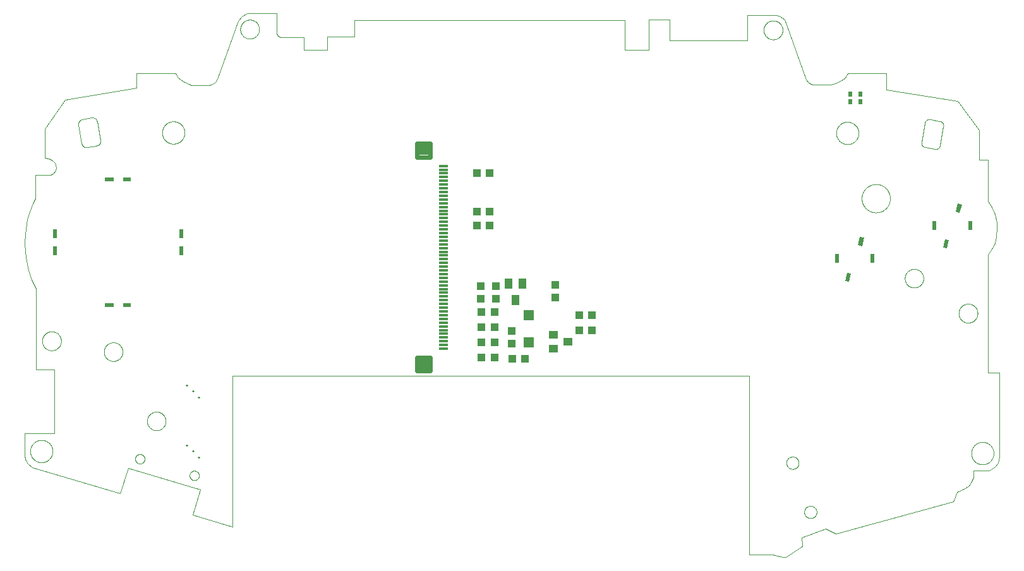
<source format=gtp>
G75*
%MOIN*%
%OFA0B0*%
%FSLAX25Y25*%
%IPPOS*%
%LPD*%
%AMOC8*
5,1,8,0,0,1.08239X$1,22.5*
%
%ADD10C,0.00000*%
%ADD11R,0.04331X0.03937*%
%ADD12R,0.03937X0.05512*%
%ADD13C,0.02362*%
%ADD14R,0.04724X0.01181*%
%ADD15R,0.03937X0.04331*%
%ADD16R,0.05512X0.05512*%
%ADD17R,0.05000X0.03937*%
%ADD18R,0.04092X0.02262*%
%ADD19R,0.04523X0.02262*%
%ADD20R,0.02262X0.04523*%
%ADD21R,0.00905X0.00905*%
%ADD22R,0.02362X0.02756*%
D10*
X0012302Y0049630D02*
X0058595Y0035783D01*
X0063045Y0049233D01*
X0101103Y0037846D01*
X0097188Y0024403D01*
X0117930Y0018090D01*
X0117930Y0097690D01*
X0390870Y0097690D01*
X0390870Y0003378D01*
X0403473Y0003378D01*
X0403975Y0003312D02*
X0408625Y0002088D01*
X0410221Y0002343D02*
X0417983Y0007370D01*
X0418055Y0007419D01*
X0418125Y0007471D01*
X0418193Y0007526D01*
X0418258Y0007584D01*
X0418321Y0007645D01*
X0418380Y0007709D01*
X0418437Y0007775D01*
X0418492Y0007843D01*
X0418543Y0007914D01*
X0418591Y0007987D01*
X0418635Y0008062D01*
X0418677Y0008138D01*
X0418715Y0008217D01*
X0418749Y0008297D01*
X0418780Y0008379D01*
X0418808Y0008461D01*
X0418832Y0008545D01*
X0418852Y0008630D01*
X0418868Y0008716D01*
X0418881Y0008802D01*
X0418890Y0008889D01*
X0418895Y0008976D01*
X0418896Y0009063D01*
X0418893Y0009150D01*
X0418887Y0009237D01*
X0418877Y0009324D01*
X0418421Y0012607D01*
X0431137Y0017261D01*
X0436537Y0014608D01*
X0498428Y0031413D01*
X0498773Y0032197D01*
X0500524Y0036480D01*
X0504089Y0038115D01*
X0506643Y0039804D01*
X0508209Y0042029D01*
X0508992Y0044172D01*
X0508992Y0047913D01*
X0517365Y0047913D01*
X0520266Y0049924D01*
X0522178Y0051968D01*
X0522816Y0055034D01*
X0522816Y0099617D01*
X0516706Y0099617D01*
X0516706Y0161850D01*
X0518684Y0164734D01*
X0520374Y0167948D01*
X0521074Y0171327D01*
X0521404Y0176231D01*
X0521404Y0178662D01*
X0520374Y0183030D01*
X0518519Y0187398D01*
X0516720Y0189788D01*
X0516720Y0211736D01*
X0512231Y0211736D01*
X0512231Y0227654D01*
X0500899Y0242829D01*
X0462944Y0248835D01*
X0462944Y0257405D01*
X0442876Y0257405D01*
X0441310Y0255222D01*
X0439127Y0253491D01*
X0436242Y0252131D01*
X0433605Y0251472D01*
X0424169Y0251472D01*
X0422191Y0252626D01*
X0420914Y0254315D01*
X0410355Y0283262D01*
X0409376Y0285734D01*
X0407110Y0287640D01*
X0405204Y0288309D01*
X0389597Y0288309D01*
X0389597Y0274967D01*
X0348592Y0274967D01*
X0348592Y0285719D01*
X0337647Y0285719D01*
X0337647Y0269816D01*
X0325092Y0269816D01*
X0325092Y0285479D01*
X0182443Y0285479D01*
X0182450Y0276744D01*
X0168204Y0276744D01*
X0168204Y0269986D01*
X0155677Y0269986D01*
X0155677Y0276670D01*
X0143349Y0276670D01*
X0141964Y0277329D01*
X0141371Y0278648D01*
X0141371Y0289076D01*
X0125899Y0289076D01*
X0122932Y0287552D01*
X0120954Y0285286D01*
X0110084Y0254534D01*
X0109106Y0252989D01*
X0107200Y0251649D01*
X0105140Y0251139D01*
X0096476Y0251139D01*
X0095599Y0251424D01*
X0092055Y0253196D01*
X0089377Y0255256D01*
X0088141Y0257523D01*
X0067579Y0257523D01*
X0067579Y0249694D01*
X0029711Y0243613D01*
X0018944Y0228117D01*
X0018944Y0212930D01*
X0021027Y0212561D01*
X0023111Y0211453D01*
X0024588Y0210134D01*
X0024957Y0207919D01*
X0024772Y0206126D01*
X0023586Y0204570D01*
X0022161Y0204005D01*
X0014233Y0204005D01*
X0014233Y0191901D01*
X0014090Y0191551D01*
X0012837Y0188749D01*
X0011123Y0184563D01*
X0009640Y0180640D01*
X0008618Y0172893D01*
X0008288Y0167520D01*
X0009046Y0160136D01*
X0010398Y0153510D01*
X0012112Y0148400D01*
X0014423Y0143884D01*
X0014423Y0101097D01*
X0024176Y0101097D01*
X0024176Y0067634D01*
X0008549Y0067634D01*
X0008549Y0055693D01*
X0008825Y0053944D01*
X0010242Y0051433D01*
X0012302Y0049630D01*
X0011381Y0058065D02*
X0011383Y0058218D01*
X0011389Y0058372D01*
X0011399Y0058525D01*
X0011413Y0058677D01*
X0011431Y0058830D01*
X0011453Y0058981D01*
X0011478Y0059132D01*
X0011508Y0059283D01*
X0011542Y0059433D01*
X0011579Y0059581D01*
X0011620Y0059729D01*
X0011665Y0059875D01*
X0011714Y0060021D01*
X0011767Y0060165D01*
X0011823Y0060307D01*
X0011883Y0060448D01*
X0011947Y0060588D01*
X0012014Y0060726D01*
X0012085Y0060862D01*
X0012160Y0060996D01*
X0012237Y0061128D01*
X0012319Y0061258D01*
X0012403Y0061386D01*
X0012491Y0061512D01*
X0012582Y0061635D01*
X0012676Y0061756D01*
X0012774Y0061874D01*
X0012874Y0061990D01*
X0012978Y0062103D01*
X0013084Y0062214D01*
X0013193Y0062322D01*
X0013305Y0062427D01*
X0013419Y0062528D01*
X0013537Y0062627D01*
X0013656Y0062723D01*
X0013778Y0062816D01*
X0013903Y0062905D01*
X0014030Y0062992D01*
X0014159Y0063074D01*
X0014290Y0063154D01*
X0014423Y0063230D01*
X0014558Y0063303D01*
X0014695Y0063372D01*
X0014834Y0063437D01*
X0014974Y0063499D01*
X0015116Y0063557D01*
X0015259Y0063612D01*
X0015404Y0063663D01*
X0015550Y0063710D01*
X0015697Y0063753D01*
X0015845Y0063792D01*
X0015994Y0063828D01*
X0016144Y0063859D01*
X0016295Y0063887D01*
X0016446Y0063911D01*
X0016599Y0063931D01*
X0016751Y0063947D01*
X0016904Y0063959D01*
X0017057Y0063967D01*
X0017210Y0063971D01*
X0017364Y0063971D01*
X0017517Y0063967D01*
X0017670Y0063959D01*
X0017823Y0063947D01*
X0017975Y0063931D01*
X0018128Y0063911D01*
X0018279Y0063887D01*
X0018430Y0063859D01*
X0018580Y0063828D01*
X0018729Y0063792D01*
X0018877Y0063753D01*
X0019024Y0063710D01*
X0019170Y0063663D01*
X0019315Y0063612D01*
X0019458Y0063557D01*
X0019600Y0063499D01*
X0019740Y0063437D01*
X0019879Y0063372D01*
X0020016Y0063303D01*
X0020151Y0063230D01*
X0020284Y0063154D01*
X0020415Y0063074D01*
X0020544Y0062992D01*
X0020671Y0062905D01*
X0020796Y0062816D01*
X0020918Y0062723D01*
X0021037Y0062627D01*
X0021155Y0062528D01*
X0021269Y0062427D01*
X0021381Y0062322D01*
X0021490Y0062214D01*
X0021596Y0062103D01*
X0021700Y0061990D01*
X0021800Y0061874D01*
X0021898Y0061756D01*
X0021992Y0061635D01*
X0022083Y0061512D01*
X0022171Y0061386D01*
X0022255Y0061258D01*
X0022337Y0061128D01*
X0022414Y0060996D01*
X0022489Y0060862D01*
X0022560Y0060726D01*
X0022627Y0060588D01*
X0022691Y0060448D01*
X0022751Y0060307D01*
X0022807Y0060165D01*
X0022860Y0060021D01*
X0022909Y0059875D01*
X0022954Y0059729D01*
X0022995Y0059581D01*
X0023032Y0059433D01*
X0023066Y0059283D01*
X0023096Y0059132D01*
X0023121Y0058981D01*
X0023143Y0058830D01*
X0023161Y0058677D01*
X0023175Y0058525D01*
X0023185Y0058372D01*
X0023191Y0058218D01*
X0023193Y0058065D01*
X0023191Y0057912D01*
X0023185Y0057758D01*
X0023175Y0057605D01*
X0023161Y0057453D01*
X0023143Y0057300D01*
X0023121Y0057149D01*
X0023096Y0056998D01*
X0023066Y0056847D01*
X0023032Y0056697D01*
X0022995Y0056549D01*
X0022954Y0056401D01*
X0022909Y0056255D01*
X0022860Y0056109D01*
X0022807Y0055965D01*
X0022751Y0055823D01*
X0022691Y0055682D01*
X0022627Y0055542D01*
X0022560Y0055404D01*
X0022489Y0055268D01*
X0022414Y0055134D01*
X0022337Y0055002D01*
X0022255Y0054872D01*
X0022171Y0054744D01*
X0022083Y0054618D01*
X0021992Y0054495D01*
X0021898Y0054374D01*
X0021800Y0054256D01*
X0021700Y0054140D01*
X0021596Y0054027D01*
X0021490Y0053916D01*
X0021381Y0053808D01*
X0021269Y0053703D01*
X0021155Y0053602D01*
X0021037Y0053503D01*
X0020918Y0053407D01*
X0020796Y0053314D01*
X0020671Y0053225D01*
X0020544Y0053138D01*
X0020415Y0053056D01*
X0020284Y0052976D01*
X0020151Y0052900D01*
X0020016Y0052827D01*
X0019879Y0052758D01*
X0019740Y0052693D01*
X0019600Y0052631D01*
X0019458Y0052573D01*
X0019315Y0052518D01*
X0019170Y0052467D01*
X0019024Y0052420D01*
X0018877Y0052377D01*
X0018729Y0052338D01*
X0018580Y0052302D01*
X0018430Y0052271D01*
X0018279Y0052243D01*
X0018128Y0052219D01*
X0017975Y0052199D01*
X0017823Y0052183D01*
X0017670Y0052171D01*
X0017517Y0052163D01*
X0017364Y0052159D01*
X0017210Y0052159D01*
X0017057Y0052163D01*
X0016904Y0052171D01*
X0016751Y0052183D01*
X0016599Y0052199D01*
X0016446Y0052219D01*
X0016295Y0052243D01*
X0016144Y0052271D01*
X0015994Y0052302D01*
X0015845Y0052338D01*
X0015697Y0052377D01*
X0015550Y0052420D01*
X0015404Y0052467D01*
X0015259Y0052518D01*
X0015116Y0052573D01*
X0014974Y0052631D01*
X0014834Y0052693D01*
X0014695Y0052758D01*
X0014558Y0052827D01*
X0014423Y0052900D01*
X0014290Y0052976D01*
X0014159Y0053056D01*
X0014030Y0053138D01*
X0013903Y0053225D01*
X0013778Y0053314D01*
X0013656Y0053407D01*
X0013537Y0053503D01*
X0013419Y0053602D01*
X0013305Y0053703D01*
X0013193Y0053808D01*
X0013084Y0053916D01*
X0012978Y0054027D01*
X0012874Y0054140D01*
X0012774Y0054256D01*
X0012676Y0054374D01*
X0012582Y0054495D01*
X0012491Y0054618D01*
X0012403Y0054744D01*
X0012319Y0054872D01*
X0012237Y0055002D01*
X0012160Y0055134D01*
X0012085Y0055268D01*
X0012014Y0055404D01*
X0011947Y0055542D01*
X0011883Y0055682D01*
X0011823Y0055823D01*
X0011767Y0055965D01*
X0011714Y0056109D01*
X0011665Y0056255D01*
X0011620Y0056401D01*
X0011579Y0056549D01*
X0011542Y0056697D01*
X0011508Y0056847D01*
X0011478Y0056998D01*
X0011453Y0057149D01*
X0011431Y0057300D01*
X0011413Y0057453D01*
X0011399Y0057605D01*
X0011389Y0057758D01*
X0011383Y0057912D01*
X0011381Y0058065D01*
X0066767Y0053998D02*
X0066769Y0054097D01*
X0066775Y0054197D01*
X0066785Y0054296D01*
X0066799Y0054394D01*
X0066816Y0054492D01*
X0066838Y0054589D01*
X0066863Y0054685D01*
X0066892Y0054780D01*
X0066925Y0054874D01*
X0066962Y0054966D01*
X0067002Y0055057D01*
X0067046Y0055146D01*
X0067094Y0055234D01*
X0067145Y0055319D01*
X0067199Y0055402D01*
X0067256Y0055484D01*
X0067317Y0055562D01*
X0067381Y0055639D01*
X0067447Y0055712D01*
X0067517Y0055783D01*
X0067589Y0055851D01*
X0067664Y0055917D01*
X0067742Y0055979D01*
X0067822Y0056038D01*
X0067904Y0056094D01*
X0067988Y0056146D01*
X0068075Y0056195D01*
X0068163Y0056241D01*
X0068253Y0056283D01*
X0068345Y0056322D01*
X0068438Y0056357D01*
X0068532Y0056388D01*
X0068628Y0056415D01*
X0068725Y0056438D01*
X0068822Y0056458D01*
X0068920Y0056474D01*
X0069019Y0056486D01*
X0069118Y0056494D01*
X0069217Y0056498D01*
X0069317Y0056498D01*
X0069416Y0056494D01*
X0069515Y0056486D01*
X0069614Y0056474D01*
X0069712Y0056458D01*
X0069809Y0056438D01*
X0069906Y0056415D01*
X0070002Y0056388D01*
X0070096Y0056357D01*
X0070189Y0056322D01*
X0070281Y0056283D01*
X0070371Y0056241D01*
X0070459Y0056195D01*
X0070546Y0056146D01*
X0070630Y0056094D01*
X0070712Y0056038D01*
X0070792Y0055979D01*
X0070870Y0055917D01*
X0070945Y0055851D01*
X0071017Y0055783D01*
X0071087Y0055712D01*
X0071153Y0055639D01*
X0071217Y0055562D01*
X0071278Y0055484D01*
X0071335Y0055402D01*
X0071389Y0055319D01*
X0071440Y0055234D01*
X0071488Y0055146D01*
X0071532Y0055057D01*
X0071572Y0054966D01*
X0071609Y0054874D01*
X0071642Y0054780D01*
X0071671Y0054685D01*
X0071696Y0054589D01*
X0071718Y0054492D01*
X0071735Y0054394D01*
X0071749Y0054296D01*
X0071759Y0054197D01*
X0071765Y0054097D01*
X0071767Y0053998D01*
X0071765Y0053899D01*
X0071759Y0053799D01*
X0071749Y0053700D01*
X0071735Y0053602D01*
X0071718Y0053504D01*
X0071696Y0053407D01*
X0071671Y0053311D01*
X0071642Y0053216D01*
X0071609Y0053122D01*
X0071572Y0053030D01*
X0071532Y0052939D01*
X0071488Y0052850D01*
X0071440Y0052762D01*
X0071389Y0052677D01*
X0071335Y0052594D01*
X0071278Y0052512D01*
X0071217Y0052434D01*
X0071153Y0052357D01*
X0071087Y0052284D01*
X0071017Y0052213D01*
X0070945Y0052145D01*
X0070870Y0052079D01*
X0070792Y0052017D01*
X0070712Y0051958D01*
X0070630Y0051902D01*
X0070546Y0051850D01*
X0070459Y0051801D01*
X0070371Y0051755D01*
X0070281Y0051713D01*
X0070189Y0051674D01*
X0070096Y0051639D01*
X0070002Y0051608D01*
X0069906Y0051581D01*
X0069809Y0051558D01*
X0069712Y0051538D01*
X0069614Y0051522D01*
X0069515Y0051510D01*
X0069416Y0051502D01*
X0069317Y0051498D01*
X0069217Y0051498D01*
X0069118Y0051502D01*
X0069019Y0051510D01*
X0068920Y0051522D01*
X0068822Y0051538D01*
X0068725Y0051558D01*
X0068628Y0051581D01*
X0068532Y0051608D01*
X0068438Y0051639D01*
X0068345Y0051674D01*
X0068253Y0051713D01*
X0068163Y0051755D01*
X0068075Y0051801D01*
X0067988Y0051850D01*
X0067904Y0051902D01*
X0067822Y0051958D01*
X0067742Y0052017D01*
X0067664Y0052079D01*
X0067589Y0052145D01*
X0067517Y0052213D01*
X0067447Y0052284D01*
X0067381Y0052357D01*
X0067317Y0052434D01*
X0067256Y0052512D01*
X0067199Y0052594D01*
X0067145Y0052677D01*
X0067094Y0052762D01*
X0067046Y0052850D01*
X0067002Y0052939D01*
X0066962Y0053030D01*
X0066925Y0053122D01*
X0066892Y0053216D01*
X0066863Y0053311D01*
X0066838Y0053407D01*
X0066816Y0053504D01*
X0066799Y0053602D01*
X0066785Y0053700D01*
X0066775Y0053799D01*
X0066769Y0053899D01*
X0066767Y0053998D01*
X0095457Y0045227D02*
X0095459Y0045326D01*
X0095465Y0045426D01*
X0095475Y0045525D01*
X0095489Y0045623D01*
X0095506Y0045721D01*
X0095528Y0045818D01*
X0095553Y0045914D01*
X0095582Y0046009D01*
X0095615Y0046103D01*
X0095652Y0046195D01*
X0095692Y0046286D01*
X0095736Y0046375D01*
X0095784Y0046463D01*
X0095835Y0046548D01*
X0095889Y0046631D01*
X0095946Y0046713D01*
X0096007Y0046791D01*
X0096071Y0046868D01*
X0096137Y0046941D01*
X0096207Y0047012D01*
X0096279Y0047080D01*
X0096354Y0047146D01*
X0096432Y0047208D01*
X0096512Y0047267D01*
X0096594Y0047323D01*
X0096678Y0047375D01*
X0096765Y0047424D01*
X0096853Y0047470D01*
X0096943Y0047512D01*
X0097035Y0047551D01*
X0097128Y0047586D01*
X0097222Y0047617D01*
X0097318Y0047644D01*
X0097415Y0047667D01*
X0097512Y0047687D01*
X0097610Y0047703D01*
X0097709Y0047715D01*
X0097808Y0047723D01*
X0097907Y0047727D01*
X0098007Y0047727D01*
X0098106Y0047723D01*
X0098205Y0047715D01*
X0098304Y0047703D01*
X0098402Y0047687D01*
X0098499Y0047667D01*
X0098596Y0047644D01*
X0098692Y0047617D01*
X0098786Y0047586D01*
X0098879Y0047551D01*
X0098971Y0047512D01*
X0099061Y0047470D01*
X0099149Y0047424D01*
X0099236Y0047375D01*
X0099320Y0047323D01*
X0099402Y0047267D01*
X0099482Y0047208D01*
X0099560Y0047146D01*
X0099635Y0047080D01*
X0099707Y0047012D01*
X0099777Y0046941D01*
X0099843Y0046868D01*
X0099907Y0046791D01*
X0099968Y0046713D01*
X0100025Y0046631D01*
X0100079Y0046548D01*
X0100130Y0046463D01*
X0100178Y0046375D01*
X0100222Y0046286D01*
X0100262Y0046195D01*
X0100299Y0046103D01*
X0100332Y0046009D01*
X0100361Y0045914D01*
X0100386Y0045818D01*
X0100408Y0045721D01*
X0100425Y0045623D01*
X0100439Y0045525D01*
X0100449Y0045426D01*
X0100455Y0045326D01*
X0100457Y0045227D01*
X0100455Y0045128D01*
X0100449Y0045028D01*
X0100439Y0044929D01*
X0100425Y0044831D01*
X0100408Y0044733D01*
X0100386Y0044636D01*
X0100361Y0044540D01*
X0100332Y0044445D01*
X0100299Y0044351D01*
X0100262Y0044259D01*
X0100222Y0044168D01*
X0100178Y0044079D01*
X0100130Y0043991D01*
X0100079Y0043906D01*
X0100025Y0043823D01*
X0099968Y0043741D01*
X0099907Y0043663D01*
X0099843Y0043586D01*
X0099777Y0043513D01*
X0099707Y0043442D01*
X0099635Y0043374D01*
X0099560Y0043308D01*
X0099482Y0043246D01*
X0099402Y0043187D01*
X0099320Y0043131D01*
X0099236Y0043079D01*
X0099149Y0043030D01*
X0099061Y0042984D01*
X0098971Y0042942D01*
X0098879Y0042903D01*
X0098786Y0042868D01*
X0098692Y0042837D01*
X0098596Y0042810D01*
X0098499Y0042787D01*
X0098402Y0042767D01*
X0098304Y0042751D01*
X0098205Y0042739D01*
X0098106Y0042731D01*
X0098007Y0042727D01*
X0097907Y0042727D01*
X0097808Y0042731D01*
X0097709Y0042739D01*
X0097610Y0042751D01*
X0097512Y0042767D01*
X0097415Y0042787D01*
X0097318Y0042810D01*
X0097222Y0042837D01*
X0097128Y0042868D01*
X0097035Y0042903D01*
X0096943Y0042942D01*
X0096853Y0042984D01*
X0096765Y0043030D01*
X0096678Y0043079D01*
X0096594Y0043131D01*
X0096512Y0043187D01*
X0096432Y0043246D01*
X0096354Y0043308D01*
X0096279Y0043374D01*
X0096207Y0043442D01*
X0096137Y0043513D01*
X0096071Y0043586D01*
X0096007Y0043663D01*
X0095946Y0043741D01*
X0095889Y0043823D01*
X0095835Y0043906D01*
X0095784Y0043991D01*
X0095736Y0044079D01*
X0095692Y0044168D01*
X0095652Y0044259D01*
X0095615Y0044351D01*
X0095582Y0044445D01*
X0095553Y0044540D01*
X0095528Y0044636D01*
X0095506Y0044733D01*
X0095489Y0044831D01*
X0095475Y0044929D01*
X0095465Y0045028D01*
X0095459Y0045128D01*
X0095457Y0045227D01*
X0073045Y0073956D02*
X0073047Y0074096D01*
X0073053Y0074236D01*
X0073063Y0074375D01*
X0073077Y0074514D01*
X0073095Y0074653D01*
X0073116Y0074791D01*
X0073142Y0074929D01*
X0073172Y0075066D01*
X0073205Y0075201D01*
X0073243Y0075336D01*
X0073284Y0075470D01*
X0073329Y0075603D01*
X0073377Y0075734D01*
X0073430Y0075863D01*
X0073486Y0075992D01*
X0073545Y0076118D01*
X0073609Y0076243D01*
X0073675Y0076366D01*
X0073746Y0076487D01*
X0073819Y0076606D01*
X0073896Y0076723D01*
X0073977Y0076837D01*
X0074060Y0076949D01*
X0074147Y0077059D01*
X0074237Y0077167D01*
X0074329Y0077271D01*
X0074425Y0077373D01*
X0074524Y0077473D01*
X0074625Y0077569D01*
X0074729Y0077663D01*
X0074836Y0077753D01*
X0074945Y0077840D01*
X0075057Y0077925D01*
X0075171Y0078006D01*
X0075287Y0078084D01*
X0075405Y0078158D01*
X0075526Y0078229D01*
X0075648Y0078297D01*
X0075773Y0078361D01*
X0075899Y0078422D01*
X0076026Y0078479D01*
X0076156Y0078532D01*
X0076287Y0078582D01*
X0076419Y0078627D01*
X0076552Y0078670D01*
X0076687Y0078708D01*
X0076822Y0078742D01*
X0076959Y0078773D01*
X0077096Y0078800D01*
X0077234Y0078822D01*
X0077373Y0078841D01*
X0077512Y0078856D01*
X0077651Y0078867D01*
X0077791Y0078874D01*
X0077931Y0078877D01*
X0078071Y0078876D01*
X0078211Y0078871D01*
X0078350Y0078862D01*
X0078490Y0078849D01*
X0078629Y0078832D01*
X0078767Y0078811D01*
X0078905Y0078787D01*
X0079042Y0078758D01*
X0079178Y0078726D01*
X0079313Y0078689D01*
X0079447Y0078649D01*
X0079580Y0078605D01*
X0079711Y0078557D01*
X0079841Y0078506D01*
X0079970Y0078451D01*
X0080097Y0078392D01*
X0080222Y0078329D01*
X0080345Y0078264D01*
X0080467Y0078194D01*
X0080586Y0078121D01*
X0080704Y0078045D01*
X0080819Y0077966D01*
X0080932Y0077883D01*
X0081042Y0077797D01*
X0081150Y0077708D01*
X0081255Y0077616D01*
X0081358Y0077521D01*
X0081458Y0077423D01*
X0081555Y0077323D01*
X0081649Y0077219D01*
X0081741Y0077113D01*
X0081829Y0077005D01*
X0081914Y0076894D01*
X0081996Y0076780D01*
X0082075Y0076664D01*
X0082150Y0076547D01*
X0082222Y0076427D01*
X0082290Y0076305D01*
X0082355Y0076181D01*
X0082417Y0076055D01*
X0082475Y0075928D01*
X0082529Y0075799D01*
X0082580Y0075668D01*
X0082626Y0075536D01*
X0082669Y0075403D01*
X0082709Y0075269D01*
X0082744Y0075134D01*
X0082776Y0074997D01*
X0082803Y0074860D01*
X0082827Y0074722D01*
X0082847Y0074584D01*
X0082863Y0074445D01*
X0082875Y0074305D01*
X0082883Y0074166D01*
X0082887Y0074026D01*
X0082887Y0073886D01*
X0082883Y0073746D01*
X0082875Y0073607D01*
X0082863Y0073467D01*
X0082847Y0073328D01*
X0082827Y0073190D01*
X0082803Y0073052D01*
X0082776Y0072915D01*
X0082744Y0072778D01*
X0082709Y0072643D01*
X0082669Y0072509D01*
X0082626Y0072376D01*
X0082580Y0072244D01*
X0082529Y0072113D01*
X0082475Y0071984D01*
X0082417Y0071857D01*
X0082355Y0071731D01*
X0082290Y0071607D01*
X0082222Y0071485D01*
X0082150Y0071365D01*
X0082075Y0071248D01*
X0081996Y0071132D01*
X0081914Y0071018D01*
X0081829Y0070907D01*
X0081741Y0070799D01*
X0081649Y0070693D01*
X0081555Y0070589D01*
X0081458Y0070489D01*
X0081358Y0070391D01*
X0081255Y0070296D01*
X0081150Y0070204D01*
X0081042Y0070115D01*
X0080932Y0070029D01*
X0080819Y0069946D01*
X0080704Y0069867D01*
X0080586Y0069791D01*
X0080467Y0069718D01*
X0080345Y0069648D01*
X0080222Y0069583D01*
X0080097Y0069520D01*
X0079970Y0069461D01*
X0079841Y0069406D01*
X0079711Y0069355D01*
X0079580Y0069307D01*
X0079447Y0069263D01*
X0079313Y0069223D01*
X0079178Y0069186D01*
X0079042Y0069154D01*
X0078905Y0069125D01*
X0078767Y0069101D01*
X0078629Y0069080D01*
X0078490Y0069063D01*
X0078350Y0069050D01*
X0078211Y0069041D01*
X0078071Y0069036D01*
X0077931Y0069035D01*
X0077791Y0069038D01*
X0077651Y0069045D01*
X0077512Y0069056D01*
X0077373Y0069071D01*
X0077234Y0069090D01*
X0077096Y0069112D01*
X0076959Y0069139D01*
X0076822Y0069170D01*
X0076687Y0069204D01*
X0076552Y0069242D01*
X0076419Y0069285D01*
X0076287Y0069330D01*
X0076156Y0069380D01*
X0076026Y0069433D01*
X0075899Y0069490D01*
X0075773Y0069551D01*
X0075648Y0069615D01*
X0075526Y0069683D01*
X0075405Y0069754D01*
X0075287Y0069828D01*
X0075171Y0069906D01*
X0075057Y0069987D01*
X0074945Y0070072D01*
X0074836Y0070159D01*
X0074729Y0070249D01*
X0074625Y0070343D01*
X0074524Y0070439D01*
X0074425Y0070539D01*
X0074329Y0070641D01*
X0074237Y0070745D01*
X0074147Y0070853D01*
X0074060Y0070963D01*
X0073977Y0071075D01*
X0073896Y0071189D01*
X0073819Y0071306D01*
X0073746Y0071425D01*
X0073675Y0071546D01*
X0073609Y0071669D01*
X0073545Y0071794D01*
X0073486Y0071920D01*
X0073430Y0072049D01*
X0073377Y0072178D01*
X0073329Y0072309D01*
X0073284Y0072442D01*
X0073243Y0072576D01*
X0073205Y0072711D01*
X0073172Y0072846D01*
X0073142Y0072983D01*
X0073116Y0073121D01*
X0073095Y0073259D01*
X0073077Y0073398D01*
X0073063Y0073537D01*
X0073053Y0073676D01*
X0073047Y0073816D01*
X0073045Y0073956D01*
X0050286Y0110519D02*
X0050288Y0110659D01*
X0050294Y0110799D01*
X0050304Y0110938D01*
X0050318Y0111077D01*
X0050336Y0111216D01*
X0050357Y0111354D01*
X0050383Y0111492D01*
X0050413Y0111629D01*
X0050446Y0111764D01*
X0050484Y0111899D01*
X0050525Y0112033D01*
X0050570Y0112166D01*
X0050618Y0112297D01*
X0050671Y0112426D01*
X0050727Y0112555D01*
X0050786Y0112681D01*
X0050850Y0112806D01*
X0050916Y0112929D01*
X0050987Y0113050D01*
X0051060Y0113169D01*
X0051137Y0113286D01*
X0051218Y0113400D01*
X0051301Y0113512D01*
X0051388Y0113622D01*
X0051478Y0113730D01*
X0051570Y0113834D01*
X0051666Y0113936D01*
X0051765Y0114036D01*
X0051866Y0114132D01*
X0051970Y0114226D01*
X0052077Y0114316D01*
X0052186Y0114403D01*
X0052298Y0114488D01*
X0052412Y0114569D01*
X0052528Y0114647D01*
X0052646Y0114721D01*
X0052767Y0114792D01*
X0052889Y0114860D01*
X0053014Y0114924D01*
X0053140Y0114985D01*
X0053267Y0115042D01*
X0053397Y0115095D01*
X0053528Y0115145D01*
X0053660Y0115190D01*
X0053793Y0115233D01*
X0053928Y0115271D01*
X0054063Y0115305D01*
X0054200Y0115336D01*
X0054337Y0115363D01*
X0054475Y0115385D01*
X0054614Y0115404D01*
X0054753Y0115419D01*
X0054892Y0115430D01*
X0055032Y0115437D01*
X0055172Y0115440D01*
X0055312Y0115439D01*
X0055452Y0115434D01*
X0055591Y0115425D01*
X0055731Y0115412D01*
X0055870Y0115395D01*
X0056008Y0115374D01*
X0056146Y0115350D01*
X0056283Y0115321D01*
X0056419Y0115289D01*
X0056554Y0115252D01*
X0056688Y0115212D01*
X0056821Y0115168D01*
X0056952Y0115120D01*
X0057082Y0115069D01*
X0057211Y0115014D01*
X0057338Y0114955D01*
X0057463Y0114892D01*
X0057586Y0114827D01*
X0057708Y0114757D01*
X0057827Y0114684D01*
X0057945Y0114608D01*
X0058060Y0114529D01*
X0058173Y0114446D01*
X0058283Y0114360D01*
X0058391Y0114271D01*
X0058496Y0114179D01*
X0058599Y0114084D01*
X0058699Y0113986D01*
X0058796Y0113886D01*
X0058890Y0113782D01*
X0058982Y0113676D01*
X0059070Y0113568D01*
X0059155Y0113457D01*
X0059237Y0113343D01*
X0059316Y0113227D01*
X0059391Y0113110D01*
X0059463Y0112990D01*
X0059531Y0112868D01*
X0059596Y0112744D01*
X0059658Y0112618D01*
X0059716Y0112491D01*
X0059770Y0112362D01*
X0059821Y0112231D01*
X0059867Y0112099D01*
X0059910Y0111966D01*
X0059950Y0111832D01*
X0059985Y0111697D01*
X0060017Y0111560D01*
X0060044Y0111423D01*
X0060068Y0111285D01*
X0060088Y0111147D01*
X0060104Y0111008D01*
X0060116Y0110868D01*
X0060124Y0110729D01*
X0060128Y0110589D01*
X0060128Y0110449D01*
X0060124Y0110309D01*
X0060116Y0110170D01*
X0060104Y0110030D01*
X0060088Y0109891D01*
X0060068Y0109753D01*
X0060044Y0109615D01*
X0060017Y0109478D01*
X0059985Y0109341D01*
X0059950Y0109206D01*
X0059910Y0109072D01*
X0059867Y0108939D01*
X0059821Y0108807D01*
X0059770Y0108676D01*
X0059716Y0108547D01*
X0059658Y0108420D01*
X0059596Y0108294D01*
X0059531Y0108170D01*
X0059463Y0108048D01*
X0059391Y0107928D01*
X0059316Y0107811D01*
X0059237Y0107695D01*
X0059155Y0107581D01*
X0059070Y0107470D01*
X0058982Y0107362D01*
X0058890Y0107256D01*
X0058796Y0107152D01*
X0058699Y0107052D01*
X0058599Y0106954D01*
X0058496Y0106859D01*
X0058391Y0106767D01*
X0058283Y0106678D01*
X0058173Y0106592D01*
X0058060Y0106509D01*
X0057945Y0106430D01*
X0057827Y0106354D01*
X0057708Y0106281D01*
X0057586Y0106211D01*
X0057463Y0106146D01*
X0057338Y0106083D01*
X0057211Y0106024D01*
X0057082Y0105969D01*
X0056952Y0105918D01*
X0056821Y0105870D01*
X0056688Y0105826D01*
X0056554Y0105786D01*
X0056419Y0105749D01*
X0056283Y0105717D01*
X0056146Y0105688D01*
X0056008Y0105664D01*
X0055870Y0105643D01*
X0055731Y0105626D01*
X0055591Y0105613D01*
X0055452Y0105604D01*
X0055312Y0105599D01*
X0055172Y0105598D01*
X0055032Y0105601D01*
X0054892Y0105608D01*
X0054753Y0105619D01*
X0054614Y0105634D01*
X0054475Y0105653D01*
X0054337Y0105675D01*
X0054200Y0105702D01*
X0054063Y0105733D01*
X0053928Y0105767D01*
X0053793Y0105805D01*
X0053660Y0105848D01*
X0053528Y0105893D01*
X0053397Y0105943D01*
X0053267Y0105996D01*
X0053140Y0106053D01*
X0053014Y0106114D01*
X0052889Y0106178D01*
X0052767Y0106246D01*
X0052646Y0106317D01*
X0052528Y0106391D01*
X0052412Y0106469D01*
X0052298Y0106550D01*
X0052186Y0106635D01*
X0052077Y0106722D01*
X0051970Y0106812D01*
X0051866Y0106906D01*
X0051765Y0107002D01*
X0051666Y0107102D01*
X0051570Y0107204D01*
X0051478Y0107308D01*
X0051388Y0107416D01*
X0051301Y0107526D01*
X0051218Y0107638D01*
X0051137Y0107752D01*
X0051060Y0107869D01*
X0050987Y0107988D01*
X0050916Y0108109D01*
X0050850Y0108232D01*
X0050786Y0108357D01*
X0050727Y0108483D01*
X0050671Y0108612D01*
X0050618Y0108741D01*
X0050570Y0108872D01*
X0050525Y0109005D01*
X0050484Y0109139D01*
X0050446Y0109274D01*
X0050413Y0109409D01*
X0050383Y0109546D01*
X0050357Y0109684D01*
X0050336Y0109822D01*
X0050318Y0109961D01*
X0050304Y0110100D01*
X0050294Y0110239D01*
X0050288Y0110379D01*
X0050286Y0110519D01*
X0017664Y0116245D02*
X0017666Y0116386D01*
X0017672Y0116527D01*
X0017682Y0116667D01*
X0017696Y0116807D01*
X0017714Y0116947D01*
X0017735Y0117086D01*
X0017761Y0117225D01*
X0017790Y0117363D01*
X0017824Y0117499D01*
X0017861Y0117635D01*
X0017902Y0117770D01*
X0017947Y0117904D01*
X0017996Y0118036D01*
X0018048Y0118167D01*
X0018104Y0118296D01*
X0018164Y0118423D01*
X0018227Y0118549D01*
X0018293Y0118673D01*
X0018364Y0118796D01*
X0018437Y0118916D01*
X0018514Y0119034D01*
X0018594Y0119150D01*
X0018678Y0119263D01*
X0018764Y0119374D01*
X0018854Y0119483D01*
X0018947Y0119589D01*
X0019042Y0119692D01*
X0019141Y0119793D01*
X0019242Y0119891D01*
X0019346Y0119986D01*
X0019453Y0120078D01*
X0019562Y0120167D01*
X0019674Y0120252D01*
X0019788Y0120335D01*
X0019904Y0120415D01*
X0020023Y0120491D01*
X0020144Y0120563D01*
X0020266Y0120633D01*
X0020391Y0120698D01*
X0020517Y0120761D01*
X0020645Y0120819D01*
X0020775Y0120874D01*
X0020906Y0120926D01*
X0021039Y0120973D01*
X0021173Y0121017D01*
X0021308Y0121058D01*
X0021444Y0121094D01*
X0021581Y0121126D01*
X0021719Y0121155D01*
X0021857Y0121180D01*
X0021997Y0121200D01*
X0022137Y0121217D01*
X0022277Y0121230D01*
X0022418Y0121239D01*
X0022558Y0121244D01*
X0022699Y0121245D01*
X0022840Y0121242D01*
X0022981Y0121235D01*
X0023121Y0121224D01*
X0023261Y0121209D01*
X0023401Y0121190D01*
X0023540Y0121168D01*
X0023678Y0121141D01*
X0023816Y0121111D01*
X0023952Y0121076D01*
X0024088Y0121038D01*
X0024222Y0120996D01*
X0024356Y0120950D01*
X0024488Y0120901D01*
X0024618Y0120847D01*
X0024747Y0120790D01*
X0024874Y0120730D01*
X0025000Y0120666D01*
X0025123Y0120598D01*
X0025245Y0120527D01*
X0025365Y0120453D01*
X0025482Y0120375D01*
X0025597Y0120294D01*
X0025710Y0120210D01*
X0025821Y0120123D01*
X0025929Y0120032D01*
X0026034Y0119939D01*
X0026137Y0119842D01*
X0026237Y0119743D01*
X0026334Y0119641D01*
X0026428Y0119536D01*
X0026519Y0119429D01*
X0026607Y0119319D01*
X0026692Y0119207D01*
X0026774Y0119092D01*
X0026853Y0118975D01*
X0026928Y0118856D01*
X0027000Y0118735D01*
X0027068Y0118612D01*
X0027133Y0118487D01*
X0027195Y0118360D01*
X0027252Y0118231D01*
X0027307Y0118101D01*
X0027357Y0117970D01*
X0027404Y0117837D01*
X0027447Y0117703D01*
X0027486Y0117567D01*
X0027521Y0117431D01*
X0027553Y0117294D01*
X0027580Y0117156D01*
X0027604Y0117017D01*
X0027624Y0116877D01*
X0027640Y0116737D01*
X0027652Y0116597D01*
X0027660Y0116456D01*
X0027664Y0116315D01*
X0027664Y0116175D01*
X0027660Y0116034D01*
X0027652Y0115893D01*
X0027640Y0115753D01*
X0027624Y0115613D01*
X0027604Y0115473D01*
X0027580Y0115334D01*
X0027553Y0115196D01*
X0027521Y0115059D01*
X0027486Y0114923D01*
X0027447Y0114787D01*
X0027404Y0114653D01*
X0027357Y0114520D01*
X0027307Y0114389D01*
X0027252Y0114259D01*
X0027195Y0114130D01*
X0027133Y0114003D01*
X0027068Y0113878D01*
X0027000Y0113755D01*
X0026928Y0113634D01*
X0026853Y0113515D01*
X0026774Y0113398D01*
X0026692Y0113283D01*
X0026607Y0113171D01*
X0026519Y0113061D01*
X0026428Y0112954D01*
X0026334Y0112849D01*
X0026237Y0112747D01*
X0026137Y0112648D01*
X0026034Y0112551D01*
X0025929Y0112458D01*
X0025821Y0112367D01*
X0025710Y0112280D01*
X0025597Y0112196D01*
X0025482Y0112115D01*
X0025365Y0112037D01*
X0025245Y0111963D01*
X0025123Y0111892D01*
X0025000Y0111824D01*
X0024874Y0111760D01*
X0024747Y0111700D01*
X0024618Y0111643D01*
X0024488Y0111589D01*
X0024356Y0111540D01*
X0024222Y0111494D01*
X0024088Y0111452D01*
X0023952Y0111414D01*
X0023816Y0111379D01*
X0023678Y0111349D01*
X0023540Y0111322D01*
X0023401Y0111300D01*
X0023261Y0111281D01*
X0023121Y0111266D01*
X0022981Y0111255D01*
X0022840Y0111248D01*
X0022699Y0111245D01*
X0022558Y0111246D01*
X0022418Y0111251D01*
X0022277Y0111260D01*
X0022137Y0111273D01*
X0021997Y0111290D01*
X0021857Y0111310D01*
X0021719Y0111335D01*
X0021581Y0111364D01*
X0021444Y0111396D01*
X0021308Y0111432D01*
X0021173Y0111473D01*
X0021039Y0111517D01*
X0020906Y0111564D01*
X0020775Y0111616D01*
X0020645Y0111671D01*
X0020517Y0111729D01*
X0020391Y0111792D01*
X0020266Y0111857D01*
X0020144Y0111927D01*
X0020023Y0111999D01*
X0019904Y0112075D01*
X0019788Y0112155D01*
X0019674Y0112238D01*
X0019562Y0112323D01*
X0019453Y0112412D01*
X0019346Y0112504D01*
X0019242Y0112599D01*
X0019141Y0112697D01*
X0019042Y0112798D01*
X0018947Y0112901D01*
X0018854Y0113007D01*
X0018764Y0113116D01*
X0018678Y0113227D01*
X0018594Y0113340D01*
X0018514Y0113456D01*
X0018437Y0113574D01*
X0018364Y0113694D01*
X0018293Y0113817D01*
X0018227Y0113941D01*
X0018164Y0114067D01*
X0018104Y0114194D01*
X0018048Y0114323D01*
X0017996Y0114454D01*
X0017947Y0114586D01*
X0017902Y0114720D01*
X0017861Y0114855D01*
X0017824Y0114991D01*
X0017790Y0115127D01*
X0017761Y0115265D01*
X0017735Y0115404D01*
X0017714Y0115543D01*
X0017696Y0115683D01*
X0017682Y0115823D01*
X0017672Y0115963D01*
X0017666Y0116104D01*
X0017664Y0116245D01*
X0041425Y0218445D02*
X0046349Y0219313D01*
X0046445Y0219332D01*
X0046541Y0219355D01*
X0046635Y0219381D01*
X0046729Y0219411D01*
X0046821Y0219445D01*
X0046912Y0219482D01*
X0047001Y0219523D01*
X0047089Y0219568D01*
X0047174Y0219615D01*
X0047258Y0219667D01*
X0047340Y0219721D01*
X0047420Y0219778D01*
X0047497Y0219839D01*
X0047572Y0219903D01*
X0047644Y0219969D01*
X0047713Y0220038D01*
X0047780Y0220110D01*
X0047844Y0220185D01*
X0047905Y0220262D01*
X0047963Y0220341D01*
X0048018Y0220423D01*
X0048069Y0220506D01*
X0048117Y0220592D01*
X0048162Y0220679D01*
X0048203Y0220768D01*
X0048241Y0220859D01*
X0048275Y0220951D01*
X0048306Y0221044D01*
X0048333Y0221138D01*
X0048356Y0221234D01*
X0048375Y0221330D01*
X0048391Y0221427D01*
X0048402Y0221525D01*
X0048410Y0221622D01*
X0048414Y0221720D01*
X0048415Y0221819D01*
X0048411Y0221917D01*
X0048403Y0222015D01*
X0048392Y0222112D01*
X0048377Y0222209D01*
X0046640Y0232057D01*
X0046621Y0232153D01*
X0046598Y0232249D01*
X0046572Y0232343D01*
X0046542Y0232437D01*
X0046508Y0232529D01*
X0046471Y0232620D01*
X0046430Y0232709D01*
X0046385Y0232797D01*
X0046338Y0232882D01*
X0046286Y0232966D01*
X0046232Y0233048D01*
X0046175Y0233128D01*
X0046114Y0233205D01*
X0046050Y0233280D01*
X0045984Y0233352D01*
X0045915Y0233421D01*
X0045843Y0233488D01*
X0045768Y0233552D01*
X0045691Y0233613D01*
X0045612Y0233671D01*
X0045530Y0233726D01*
X0045447Y0233777D01*
X0045361Y0233825D01*
X0045274Y0233870D01*
X0045185Y0233911D01*
X0045094Y0233949D01*
X0045002Y0233983D01*
X0044909Y0234014D01*
X0044815Y0234041D01*
X0044719Y0234064D01*
X0044623Y0234083D01*
X0044526Y0234099D01*
X0044428Y0234110D01*
X0044331Y0234118D01*
X0044233Y0234122D01*
X0044134Y0234123D01*
X0044036Y0234119D01*
X0043938Y0234111D01*
X0043841Y0234100D01*
X0043744Y0234085D01*
X0038820Y0233217D01*
X0038724Y0233198D01*
X0038628Y0233175D01*
X0038534Y0233149D01*
X0038440Y0233119D01*
X0038348Y0233085D01*
X0038257Y0233048D01*
X0038168Y0233007D01*
X0038080Y0232962D01*
X0037995Y0232915D01*
X0037911Y0232863D01*
X0037829Y0232809D01*
X0037749Y0232752D01*
X0037672Y0232691D01*
X0037597Y0232627D01*
X0037525Y0232561D01*
X0037456Y0232492D01*
X0037389Y0232420D01*
X0037325Y0232345D01*
X0037264Y0232268D01*
X0037206Y0232189D01*
X0037151Y0232107D01*
X0037100Y0232024D01*
X0037052Y0231938D01*
X0037007Y0231851D01*
X0036966Y0231762D01*
X0036928Y0231671D01*
X0036894Y0231579D01*
X0036863Y0231486D01*
X0036836Y0231391D01*
X0036813Y0231296D01*
X0036794Y0231200D01*
X0036778Y0231103D01*
X0036767Y0231005D01*
X0036759Y0230908D01*
X0036755Y0230810D01*
X0036754Y0230711D01*
X0036758Y0230613D01*
X0036766Y0230515D01*
X0036777Y0230418D01*
X0036792Y0230321D01*
X0038529Y0220473D01*
X0038548Y0220377D01*
X0038571Y0220281D01*
X0038597Y0220187D01*
X0038627Y0220093D01*
X0038661Y0220001D01*
X0038698Y0219910D01*
X0038739Y0219821D01*
X0038784Y0219733D01*
X0038831Y0219648D01*
X0038883Y0219564D01*
X0038937Y0219482D01*
X0038994Y0219402D01*
X0039055Y0219325D01*
X0039119Y0219250D01*
X0039185Y0219178D01*
X0039254Y0219109D01*
X0039326Y0219042D01*
X0039401Y0218978D01*
X0039478Y0218917D01*
X0039557Y0218859D01*
X0039639Y0218804D01*
X0039722Y0218753D01*
X0039808Y0218705D01*
X0039895Y0218660D01*
X0039984Y0218619D01*
X0040075Y0218581D01*
X0040167Y0218547D01*
X0040260Y0218516D01*
X0040354Y0218489D01*
X0040450Y0218466D01*
X0040546Y0218447D01*
X0040643Y0218431D01*
X0040741Y0218420D01*
X0040838Y0218412D01*
X0040936Y0218408D01*
X0041035Y0218407D01*
X0041133Y0218411D01*
X0041231Y0218419D01*
X0041328Y0218430D01*
X0041425Y0218445D01*
X0081008Y0226182D02*
X0081010Y0226335D01*
X0081016Y0226489D01*
X0081026Y0226642D01*
X0081040Y0226794D01*
X0081058Y0226947D01*
X0081080Y0227098D01*
X0081105Y0227249D01*
X0081135Y0227400D01*
X0081169Y0227550D01*
X0081206Y0227698D01*
X0081247Y0227846D01*
X0081292Y0227992D01*
X0081341Y0228138D01*
X0081394Y0228282D01*
X0081450Y0228424D01*
X0081510Y0228565D01*
X0081574Y0228705D01*
X0081641Y0228843D01*
X0081712Y0228979D01*
X0081787Y0229113D01*
X0081864Y0229245D01*
X0081946Y0229375D01*
X0082030Y0229503D01*
X0082118Y0229629D01*
X0082209Y0229752D01*
X0082303Y0229873D01*
X0082401Y0229991D01*
X0082501Y0230107D01*
X0082605Y0230220D01*
X0082711Y0230331D01*
X0082820Y0230439D01*
X0082932Y0230544D01*
X0083046Y0230645D01*
X0083164Y0230744D01*
X0083283Y0230840D01*
X0083405Y0230933D01*
X0083530Y0231022D01*
X0083657Y0231109D01*
X0083786Y0231191D01*
X0083917Y0231271D01*
X0084050Y0231347D01*
X0084185Y0231420D01*
X0084322Y0231489D01*
X0084461Y0231554D01*
X0084601Y0231616D01*
X0084743Y0231674D01*
X0084886Y0231729D01*
X0085031Y0231780D01*
X0085177Y0231827D01*
X0085324Y0231870D01*
X0085472Y0231909D01*
X0085621Y0231945D01*
X0085771Y0231976D01*
X0085922Y0232004D01*
X0086073Y0232028D01*
X0086226Y0232048D01*
X0086378Y0232064D01*
X0086531Y0232076D01*
X0086684Y0232084D01*
X0086837Y0232088D01*
X0086991Y0232088D01*
X0087144Y0232084D01*
X0087297Y0232076D01*
X0087450Y0232064D01*
X0087602Y0232048D01*
X0087755Y0232028D01*
X0087906Y0232004D01*
X0088057Y0231976D01*
X0088207Y0231945D01*
X0088356Y0231909D01*
X0088504Y0231870D01*
X0088651Y0231827D01*
X0088797Y0231780D01*
X0088942Y0231729D01*
X0089085Y0231674D01*
X0089227Y0231616D01*
X0089367Y0231554D01*
X0089506Y0231489D01*
X0089643Y0231420D01*
X0089778Y0231347D01*
X0089911Y0231271D01*
X0090042Y0231191D01*
X0090171Y0231109D01*
X0090298Y0231022D01*
X0090423Y0230933D01*
X0090545Y0230840D01*
X0090664Y0230744D01*
X0090782Y0230645D01*
X0090896Y0230544D01*
X0091008Y0230439D01*
X0091117Y0230331D01*
X0091223Y0230220D01*
X0091327Y0230107D01*
X0091427Y0229991D01*
X0091525Y0229873D01*
X0091619Y0229752D01*
X0091710Y0229629D01*
X0091798Y0229503D01*
X0091882Y0229375D01*
X0091964Y0229245D01*
X0092041Y0229113D01*
X0092116Y0228979D01*
X0092187Y0228843D01*
X0092254Y0228705D01*
X0092318Y0228565D01*
X0092378Y0228424D01*
X0092434Y0228282D01*
X0092487Y0228138D01*
X0092536Y0227992D01*
X0092581Y0227846D01*
X0092622Y0227698D01*
X0092659Y0227550D01*
X0092693Y0227400D01*
X0092723Y0227249D01*
X0092748Y0227098D01*
X0092770Y0226947D01*
X0092788Y0226794D01*
X0092802Y0226642D01*
X0092812Y0226489D01*
X0092818Y0226335D01*
X0092820Y0226182D01*
X0092818Y0226029D01*
X0092812Y0225875D01*
X0092802Y0225722D01*
X0092788Y0225570D01*
X0092770Y0225417D01*
X0092748Y0225266D01*
X0092723Y0225115D01*
X0092693Y0224964D01*
X0092659Y0224814D01*
X0092622Y0224666D01*
X0092581Y0224518D01*
X0092536Y0224372D01*
X0092487Y0224226D01*
X0092434Y0224082D01*
X0092378Y0223940D01*
X0092318Y0223799D01*
X0092254Y0223659D01*
X0092187Y0223521D01*
X0092116Y0223385D01*
X0092041Y0223251D01*
X0091964Y0223119D01*
X0091882Y0222989D01*
X0091798Y0222861D01*
X0091710Y0222735D01*
X0091619Y0222612D01*
X0091525Y0222491D01*
X0091427Y0222373D01*
X0091327Y0222257D01*
X0091223Y0222144D01*
X0091117Y0222033D01*
X0091008Y0221925D01*
X0090896Y0221820D01*
X0090782Y0221719D01*
X0090664Y0221620D01*
X0090545Y0221524D01*
X0090423Y0221431D01*
X0090298Y0221342D01*
X0090171Y0221255D01*
X0090042Y0221173D01*
X0089911Y0221093D01*
X0089778Y0221017D01*
X0089643Y0220944D01*
X0089506Y0220875D01*
X0089367Y0220810D01*
X0089227Y0220748D01*
X0089085Y0220690D01*
X0088942Y0220635D01*
X0088797Y0220584D01*
X0088651Y0220537D01*
X0088504Y0220494D01*
X0088356Y0220455D01*
X0088207Y0220419D01*
X0088057Y0220388D01*
X0087906Y0220360D01*
X0087755Y0220336D01*
X0087602Y0220316D01*
X0087450Y0220300D01*
X0087297Y0220288D01*
X0087144Y0220280D01*
X0086991Y0220276D01*
X0086837Y0220276D01*
X0086684Y0220280D01*
X0086531Y0220288D01*
X0086378Y0220300D01*
X0086226Y0220316D01*
X0086073Y0220336D01*
X0085922Y0220360D01*
X0085771Y0220388D01*
X0085621Y0220419D01*
X0085472Y0220455D01*
X0085324Y0220494D01*
X0085177Y0220537D01*
X0085031Y0220584D01*
X0084886Y0220635D01*
X0084743Y0220690D01*
X0084601Y0220748D01*
X0084461Y0220810D01*
X0084322Y0220875D01*
X0084185Y0220944D01*
X0084050Y0221017D01*
X0083917Y0221093D01*
X0083786Y0221173D01*
X0083657Y0221255D01*
X0083530Y0221342D01*
X0083405Y0221431D01*
X0083283Y0221524D01*
X0083164Y0221620D01*
X0083046Y0221719D01*
X0082932Y0221820D01*
X0082820Y0221925D01*
X0082711Y0222033D01*
X0082605Y0222144D01*
X0082501Y0222257D01*
X0082401Y0222373D01*
X0082303Y0222491D01*
X0082209Y0222612D01*
X0082118Y0222735D01*
X0082030Y0222861D01*
X0081946Y0222989D01*
X0081864Y0223119D01*
X0081787Y0223251D01*
X0081712Y0223385D01*
X0081641Y0223521D01*
X0081574Y0223659D01*
X0081510Y0223799D01*
X0081450Y0223940D01*
X0081394Y0224082D01*
X0081341Y0224226D01*
X0081292Y0224372D01*
X0081247Y0224518D01*
X0081206Y0224666D01*
X0081169Y0224814D01*
X0081135Y0224964D01*
X0081105Y0225115D01*
X0081080Y0225266D01*
X0081058Y0225417D01*
X0081040Y0225570D01*
X0081026Y0225722D01*
X0081016Y0225875D01*
X0081010Y0226029D01*
X0081008Y0226182D01*
X0122224Y0280733D02*
X0122226Y0280874D01*
X0122232Y0281015D01*
X0122242Y0281155D01*
X0122256Y0281295D01*
X0122274Y0281435D01*
X0122295Y0281574D01*
X0122321Y0281713D01*
X0122350Y0281851D01*
X0122384Y0281987D01*
X0122421Y0282123D01*
X0122462Y0282258D01*
X0122507Y0282392D01*
X0122556Y0282524D01*
X0122608Y0282655D01*
X0122664Y0282784D01*
X0122724Y0282911D01*
X0122787Y0283037D01*
X0122853Y0283161D01*
X0122924Y0283284D01*
X0122997Y0283404D01*
X0123074Y0283522D01*
X0123154Y0283638D01*
X0123238Y0283751D01*
X0123324Y0283862D01*
X0123414Y0283971D01*
X0123507Y0284077D01*
X0123602Y0284180D01*
X0123701Y0284281D01*
X0123802Y0284379D01*
X0123906Y0284474D01*
X0124013Y0284566D01*
X0124122Y0284655D01*
X0124234Y0284740D01*
X0124348Y0284823D01*
X0124464Y0284903D01*
X0124583Y0284979D01*
X0124704Y0285051D01*
X0124826Y0285121D01*
X0124951Y0285186D01*
X0125077Y0285249D01*
X0125205Y0285307D01*
X0125335Y0285362D01*
X0125466Y0285414D01*
X0125599Y0285461D01*
X0125733Y0285505D01*
X0125868Y0285546D01*
X0126004Y0285582D01*
X0126141Y0285614D01*
X0126279Y0285643D01*
X0126417Y0285668D01*
X0126557Y0285688D01*
X0126697Y0285705D01*
X0126837Y0285718D01*
X0126978Y0285727D01*
X0127118Y0285732D01*
X0127259Y0285733D01*
X0127400Y0285730D01*
X0127541Y0285723D01*
X0127681Y0285712D01*
X0127821Y0285697D01*
X0127961Y0285678D01*
X0128100Y0285656D01*
X0128238Y0285629D01*
X0128376Y0285599D01*
X0128512Y0285564D01*
X0128648Y0285526D01*
X0128782Y0285484D01*
X0128916Y0285438D01*
X0129048Y0285389D01*
X0129178Y0285335D01*
X0129307Y0285278D01*
X0129434Y0285218D01*
X0129560Y0285154D01*
X0129683Y0285086D01*
X0129805Y0285015D01*
X0129925Y0284941D01*
X0130042Y0284863D01*
X0130157Y0284782D01*
X0130270Y0284698D01*
X0130381Y0284611D01*
X0130489Y0284520D01*
X0130594Y0284427D01*
X0130697Y0284330D01*
X0130797Y0284231D01*
X0130894Y0284129D01*
X0130988Y0284024D01*
X0131079Y0283917D01*
X0131167Y0283807D01*
X0131252Y0283695D01*
X0131334Y0283580D01*
X0131413Y0283463D01*
X0131488Y0283344D01*
X0131560Y0283223D01*
X0131628Y0283100D01*
X0131693Y0282975D01*
X0131755Y0282848D01*
X0131812Y0282719D01*
X0131867Y0282589D01*
X0131917Y0282458D01*
X0131964Y0282325D01*
X0132007Y0282191D01*
X0132046Y0282055D01*
X0132081Y0281919D01*
X0132113Y0281782D01*
X0132140Y0281644D01*
X0132164Y0281505D01*
X0132184Y0281365D01*
X0132200Y0281225D01*
X0132212Y0281085D01*
X0132220Y0280944D01*
X0132224Y0280803D01*
X0132224Y0280663D01*
X0132220Y0280522D01*
X0132212Y0280381D01*
X0132200Y0280241D01*
X0132184Y0280101D01*
X0132164Y0279961D01*
X0132140Y0279822D01*
X0132113Y0279684D01*
X0132081Y0279547D01*
X0132046Y0279411D01*
X0132007Y0279275D01*
X0131964Y0279141D01*
X0131917Y0279008D01*
X0131867Y0278877D01*
X0131812Y0278747D01*
X0131755Y0278618D01*
X0131693Y0278491D01*
X0131628Y0278366D01*
X0131560Y0278243D01*
X0131488Y0278122D01*
X0131413Y0278003D01*
X0131334Y0277886D01*
X0131252Y0277771D01*
X0131167Y0277659D01*
X0131079Y0277549D01*
X0130988Y0277442D01*
X0130894Y0277337D01*
X0130797Y0277235D01*
X0130697Y0277136D01*
X0130594Y0277039D01*
X0130489Y0276946D01*
X0130381Y0276855D01*
X0130270Y0276768D01*
X0130157Y0276684D01*
X0130042Y0276603D01*
X0129925Y0276525D01*
X0129805Y0276451D01*
X0129683Y0276380D01*
X0129560Y0276312D01*
X0129434Y0276248D01*
X0129307Y0276188D01*
X0129178Y0276131D01*
X0129048Y0276077D01*
X0128916Y0276028D01*
X0128782Y0275982D01*
X0128648Y0275940D01*
X0128512Y0275902D01*
X0128376Y0275867D01*
X0128238Y0275837D01*
X0128100Y0275810D01*
X0127961Y0275788D01*
X0127821Y0275769D01*
X0127681Y0275754D01*
X0127541Y0275743D01*
X0127400Y0275736D01*
X0127259Y0275733D01*
X0127118Y0275734D01*
X0126978Y0275739D01*
X0126837Y0275748D01*
X0126697Y0275761D01*
X0126557Y0275778D01*
X0126417Y0275798D01*
X0126279Y0275823D01*
X0126141Y0275852D01*
X0126004Y0275884D01*
X0125868Y0275920D01*
X0125733Y0275961D01*
X0125599Y0276005D01*
X0125466Y0276052D01*
X0125335Y0276104D01*
X0125205Y0276159D01*
X0125077Y0276217D01*
X0124951Y0276280D01*
X0124826Y0276345D01*
X0124704Y0276415D01*
X0124583Y0276487D01*
X0124464Y0276563D01*
X0124348Y0276643D01*
X0124234Y0276726D01*
X0124122Y0276811D01*
X0124013Y0276900D01*
X0123906Y0276992D01*
X0123802Y0277087D01*
X0123701Y0277185D01*
X0123602Y0277286D01*
X0123507Y0277389D01*
X0123414Y0277495D01*
X0123324Y0277604D01*
X0123238Y0277715D01*
X0123154Y0277828D01*
X0123074Y0277944D01*
X0122997Y0278062D01*
X0122924Y0278182D01*
X0122853Y0278305D01*
X0122787Y0278429D01*
X0122724Y0278555D01*
X0122664Y0278682D01*
X0122608Y0278811D01*
X0122556Y0278942D01*
X0122507Y0279074D01*
X0122462Y0279208D01*
X0122421Y0279343D01*
X0122384Y0279479D01*
X0122350Y0279615D01*
X0122321Y0279753D01*
X0122295Y0279892D01*
X0122274Y0280031D01*
X0122256Y0280171D01*
X0122242Y0280311D01*
X0122232Y0280451D01*
X0122226Y0280592D01*
X0122224Y0280733D01*
X0398390Y0280323D02*
X0398392Y0280464D01*
X0398398Y0280605D01*
X0398408Y0280745D01*
X0398422Y0280885D01*
X0398440Y0281025D01*
X0398461Y0281164D01*
X0398487Y0281303D01*
X0398516Y0281441D01*
X0398550Y0281577D01*
X0398587Y0281713D01*
X0398628Y0281848D01*
X0398673Y0281982D01*
X0398722Y0282114D01*
X0398774Y0282245D01*
X0398830Y0282374D01*
X0398890Y0282501D01*
X0398953Y0282627D01*
X0399019Y0282751D01*
X0399090Y0282874D01*
X0399163Y0282994D01*
X0399240Y0283112D01*
X0399320Y0283228D01*
X0399404Y0283341D01*
X0399490Y0283452D01*
X0399580Y0283561D01*
X0399673Y0283667D01*
X0399768Y0283770D01*
X0399867Y0283871D01*
X0399968Y0283969D01*
X0400072Y0284064D01*
X0400179Y0284156D01*
X0400288Y0284245D01*
X0400400Y0284330D01*
X0400514Y0284413D01*
X0400630Y0284493D01*
X0400749Y0284569D01*
X0400870Y0284641D01*
X0400992Y0284711D01*
X0401117Y0284776D01*
X0401243Y0284839D01*
X0401371Y0284897D01*
X0401501Y0284952D01*
X0401632Y0285004D01*
X0401765Y0285051D01*
X0401899Y0285095D01*
X0402034Y0285136D01*
X0402170Y0285172D01*
X0402307Y0285204D01*
X0402445Y0285233D01*
X0402583Y0285258D01*
X0402723Y0285278D01*
X0402863Y0285295D01*
X0403003Y0285308D01*
X0403144Y0285317D01*
X0403284Y0285322D01*
X0403425Y0285323D01*
X0403566Y0285320D01*
X0403707Y0285313D01*
X0403847Y0285302D01*
X0403987Y0285287D01*
X0404127Y0285268D01*
X0404266Y0285246D01*
X0404404Y0285219D01*
X0404542Y0285189D01*
X0404678Y0285154D01*
X0404814Y0285116D01*
X0404948Y0285074D01*
X0405082Y0285028D01*
X0405214Y0284979D01*
X0405344Y0284925D01*
X0405473Y0284868D01*
X0405600Y0284808D01*
X0405726Y0284744D01*
X0405849Y0284676D01*
X0405971Y0284605D01*
X0406091Y0284531D01*
X0406208Y0284453D01*
X0406323Y0284372D01*
X0406436Y0284288D01*
X0406547Y0284201D01*
X0406655Y0284110D01*
X0406760Y0284017D01*
X0406863Y0283920D01*
X0406963Y0283821D01*
X0407060Y0283719D01*
X0407154Y0283614D01*
X0407245Y0283507D01*
X0407333Y0283397D01*
X0407418Y0283285D01*
X0407500Y0283170D01*
X0407579Y0283053D01*
X0407654Y0282934D01*
X0407726Y0282813D01*
X0407794Y0282690D01*
X0407859Y0282565D01*
X0407921Y0282438D01*
X0407978Y0282309D01*
X0408033Y0282179D01*
X0408083Y0282048D01*
X0408130Y0281915D01*
X0408173Y0281781D01*
X0408212Y0281645D01*
X0408247Y0281509D01*
X0408279Y0281372D01*
X0408306Y0281234D01*
X0408330Y0281095D01*
X0408350Y0280955D01*
X0408366Y0280815D01*
X0408378Y0280675D01*
X0408386Y0280534D01*
X0408390Y0280393D01*
X0408390Y0280253D01*
X0408386Y0280112D01*
X0408378Y0279971D01*
X0408366Y0279831D01*
X0408350Y0279691D01*
X0408330Y0279551D01*
X0408306Y0279412D01*
X0408279Y0279274D01*
X0408247Y0279137D01*
X0408212Y0279001D01*
X0408173Y0278865D01*
X0408130Y0278731D01*
X0408083Y0278598D01*
X0408033Y0278467D01*
X0407978Y0278337D01*
X0407921Y0278208D01*
X0407859Y0278081D01*
X0407794Y0277956D01*
X0407726Y0277833D01*
X0407654Y0277712D01*
X0407579Y0277593D01*
X0407500Y0277476D01*
X0407418Y0277361D01*
X0407333Y0277249D01*
X0407245Y0277139D01*
X0407154Y0277032D01*
X0407060Y0276927D01*
X0406963Y0276825D01*
X0406863Y0276726D01*
X0406760Y0276629D01*
X0406655Y0276536D01*
X0406547Y0276445D01*
X0406436Y0276358D01*
X0406323Y0276274D01*
X0406208Y0276193D01*
X0406091Y0276115D01*
X0405971Y0276041D01*
X0405849Y0275970D01*
X0405726Y0275902D01*
X0405600Y0275838D01*
X0405473Y0275778D01*
X0405344Y0275721D01*
X0405214Y0275667D01*
X0405082Y0275618D01*
X0404948Y0275572D01*
X0404814Y0275530D01*
X0404678Y0275492D01*
X0404542Y0275457D01*
X0404404Y0275427D01*
X0404266Y0275400D01*
X0404127Y0275378D01*
X0403987Y0275359D01*
X0403847Y0275344D01*
X0403707Y0275333D01*
X0403566Y0275326D01*
X0403425Y0275323D01*
X0403284Y0275324D01*
X0403144Y0275329D01*
X0403003Y0275338D01*
X0402863Y0275351D01*
X0402723Y0275368D01*
X0402583Y0275388D01*
X0402445Y0275413D01*
X0402307Y0275442D01*
X0402170Y0275474D01*
X0402034Y0275510D01*
X0401899Y0275551D01*
X0401765Y0275595D01*
X0401632Y0275642D01*
X0401501Y0275694D01*
X0401371Y0275749D01*
X0401243Y0275807D01*
X0401117Y0275870D01*
X0400992Y0275935D01*
X0400870Y0276005D01*
X0400749Y0276077D01*
X0400630Y0276153D01*
X0400514Y0276233D01*
X0400400Y0276316D01*
X0400288Y0276401D01*
X0400179Y0276490D01*
X0400072Y0276582D01*
X0399968Y0276677D01*
X0399867Y0276775D01*
X0399768Y0276876D01*
X0399673Y0276979D01*
X0399580Y0277085D01*
X0399490Y0277194D01*
X0399404Y0277305D01*
X0399320Y0277418D01*
X0399240Y0277534D01*
X0399163Y0277652D01*
X0399090Y0277772D01*
X0399019Y0277895D01*
X0398953Y0278019D01*
X0398890Y0278145D01*
X0398830Y0278272D01*
X0398774Y0278401D01*
X0398722Y0278532D01*
X0398673Y0278664D01*
X0398628Y0278798D01*
X0398587Y0278933D01*
X0398550Y0279069D01*
X0398516Y0279205D01*
X0398487Y0279343D01*
X0398461Y0279482D01*
X0398440Y0279621D01*
X0398422Y0279761D01*
X0398408Y0279901D01*
X0398398Y0280041D01*
X0398392Y0280182D01*
X0398390Y0280323D01*
X0483376Y0231132D02*
X0481640Y0221284D01*
X0481625Y0221187D01*
X0481614Y0221090D01*
X0481606Y0220992D01*
X0481602Y0220894D01*
X0481603Y0220795D01*
X0481607Y0220697D01*
X0481615Y0220600D01*
X0481626Y0220502D01*
X0481642Y0220405D01*
X0481661Y0220309D01*
X0481684Y0220213D01*
X0481711Y0220119D01*
X0481742Y0220026D01*
X0481776Y0219934D01*
X0481814Y0219843D01*
X0481855Y0219754D01*
X0481900Y0219667D01*
X0481948Y0219581D01*
X0481999Y0219498D01*
X0482054Y0219416D01*
X0482112Y0219337D01*
X0482173Y0219260D01*
X0482237Y0219185D01*
X0482304Y0219113D01*
X0482373Y0219044D01*
X0482445Y0218978D01*
X0482520Y0218914D01*
X0482597Y0218853D01*
X0482677Y0218796D01*
X0482759Y0218742D01*
X0482843Y0218690D01*
X0482928Y0218643D01*
X0483016Y0218598D01*
X0483105Y0218557D01*
X0483196Y0218520D01*
X0483288Y0218486D01*
X0483382Y0218456D01*
X0483476Y0218430D01*
X0483572Y0218407D01*
X0483668Y0218388D01*
X0488592Y0217519D01*
X0488689Y0217504D01*
X0488786Y0217493D01*
X0488884Y0217485D01*
X0488982Y0217481D01*
X0489081Y0217482D01*
X0489179Y0217486D01*
X0489276Y0217494D01*
X0489374Y0217505D01*
X0489471Y0217521D01*
X0489567Y0217540D01*
X0489663Y0217563D01*
X0489757Y0217590D01*
X0489850Y0217621D01*
X0489942Y0217655D01*
X0490033Y0217693D01*
X0490122Y0217734D01*
X0490209Y0217779D01*
X0490295Y0217827D01*
X0490378Y0217878D01*
X0490460Y0217933D01*
X0490539Y0217991D01*
X0490616Y0218052D01*
X0490691Y0218116D01*
X0490763Y0218183D01*
X0490832Y0218252D01*
X0490898Y0218324D01*
X0490962Y0218399D01*
X0491023Y0218476D01*
X0491080Y0218556D01*
X0491134Y0218638D01*
X0491186Y0218722D01*
X0491233Y0218807D01*
X0491278Y0218895D01*
X0491319Y0218984D01*
X0491356Y0219075D01*
X0491390Y0219167D01*
X0491420Y0219261D01*
X0491446Y0219355D01*
X0491469Y0219451D01*
X0491488Y0219547D01*
X0493224Y0229395D01*
X0493239Y0229492D01*
X0493250Y0229589D01*
X0493258Y0229687D01*
X0493262Y0229785D01*
X0493261Y0229884D01*
X0493257Y0229982D01*
X0493249Y0230079D01*
X0493238Y0230177D01*
X0493222Y0230274D01*
X0493203Y0230370D01*
X0493180Y0230465D01*
X0493153Y0230560D01*
X0493122Y0230653D01*
X0493088Y0230745D01*
X0493050Y0230836D01*
X0493009Y0230925D01*
X0492964Y0231012D01*
X0492916Y0231098D01*
X0492865Y0231181D01*
X0492810Y0231263D01*
X0492752Y0231342D01*
X0492691Y0231419D01*
X0492627Y0231494D01*
X0492560Y0231566D01*
X0492491Y0231635D01*
X0492419Y0231701D01*
X0492344Y0231765D01*
X0492267Y0231826D01*
X0492187Y0231883D01*
X0492105Y0231937D01*
X0492021Y0231989D01*
X0491936Y0232036D01*
X0491848Y0232081D01*
X0491759Y0232122D01*
X0491668Y0232159D01*
X0491576Y0232193D01*
X0491482Y0232223D01*
X0491388Y0232249D01*
X0491292Y0232272D01*
X0491196Y0232291D01*
X0486272Y0233160D01*
X0486175Y0233175D01*
X0486078Y0233186D01*
X0485980Y0233194D01*
X0485882Y0233198D01*
X0485783Y0233197D01*
X0485685Y0233193D01*
X0485588Y0233185D01*
X0485490Y0233174D01*
X0485393Y0233158D01*
X0485297Y0233139D01*
X0485201Y0233116D01*
X0485107Y0233089D01*
X0485014Y0233058D01*
X0484922Y0233024D01*
X0484831Y0232986D01*
X0484742Y0232945D01*
X0484655Y0232900D01*
X0484569Y0232852D01*
X0484486Y0232801D01*
X0484404Y0232746D01*
X0484325Y0232688D01*
X0484248Y0232627D01*
X0484173Y0232563D01*
X0484101Y0232496D01*
X0484032Y0232427D01*
X0483966Y0232355D01*
X0483902Y0232280D01*
X0483841Y0232203D01*
X0483784Y0232123D01*
X0483730Y0232041D01*
X0483678Y0231957D01*
X0483631Y0231872D01*
X0483586Y0231784D01*
X0483545Y0231695D01*
X0483508Y0231604D01*
X0483474Y0231512D01*
X0483444Y0231418D01*
X0483418Y0231324D01*
X0483395Y0231228D01*
X0483376Y0231132D01*
X0436656Y0225964D02*
X0436658Y0226117D01*
X0436664Y0226271D01*
X0436674Y0226424D01*
X0436688Y0226576D01*
X0436706Y0226729D01*
X0436728Y0226880D01*
X0436753Y0227031D01*
X0436783Y0227182D01*
X0436817Y0227332D01*
X0436854Y0227480D01*
X0436895Y0227628D01*
X0436940Y0227774D01*
X0436989Y0227920D01*
X0437042Y0228064D01*
X0437098Y0228206D01*
X0437158Y0228347D01*
X0437222Y0228487D01*
X0437289Y0228625D01*
X0437360Y0228761D01*
X0437435Y0228895D01*
X0437512Y0229027D01*
X0437594Y0229157D01*
X0437678Y0229285D01*
X0437766Y0229411D01*
X0437857Y0229534D01*
X0437951Y0229655D01*
X0438049Y0229773D01*
X0438149Y0229889D01*
X0438253Y0230002D01*
X0438359Y0230113D01*
X0438468Y0230221D01*
X0438580Y0230326D01*
X0438694Y0230427D01*
X0438812Y0230526D01*
X0438931Y0230622D01*
X0439053Y0230715D01*
X0439178Y0230804D01*
X0439305Y0230891D01*
X0439434Y0230973D01*
X0439565Y0231053D01*
X0439698Y0231129D01*
X0439833Y0231202D01*
X0439970Y0231271D01*
X0440109Y0231336D01*
X0440249Y0231398D01*
X0440391Y0231456D01*
X0440534Y0231511D01*
X0440679Y0231562D01*
X0440825Y0231609D01*
X0440972Y0231652D01*
X0441120Y0231691D01*
X0441269Y0231727D01*
X0441419Y0231758D01*
X0441570Y0231786D01*
X0441721Y0231810D01*
X0441874Y0231830D01*
X0442026Y0231846D01*
X0442179Y0231858D01*
X0442332Y0231866D01*
X0442485Y0231870D01*
X0442639Y0231870D01*
X0442792Y0231866D01*
X0442945Y0231858D01*
X0443098Y0231846D01*
X0443250Y0231830D01*
X0443403Y0231810D01*
X0443554Y0231786D01*
X0443705Y0231758D01*
X0443855Y0231727D01*
X0444004Y0231691D01*
X0444152Y0231652D01*
X0444299Y0231609D01*
X0444445Y0231562D01*
X0444590Y0231511D01*
X0444733Y0231456D01*
X0444875Y0231398D01*
X0445015Y0231336D01*
X0445154Y0231271D01*
X0445291Y0231202D01*
X0445426Y0231129D01*
X0445559Y0231053D01*
X0445690Y0230973D01*
X0445819Y0230891D01*
X0445946Y0230804D01*
X0446071Y0230715D01*
X0446193Y0230622D01*
X0446312Y0230526D01*
X0446430Y0230427D01*
X0446544Y0230326D01*
X0446656Y0230221D01*
X0446765Y0230113D01*
X0446871Y0230002D01*
X0446975Y0229889D01*
X0447075Y0229773D01*
X0447173Y0229655D01*
X0447267Y0229534D01*
X0447358Y0229411D01*
X0447446Y0229285D01*
X0447530Y0229157D01*
X0447612Y0229027D01*
X0447689Y0228895D01*
X0447764Y0228761D01*
X0447835Y0228625D01*
X0447902Y0228487D01*
X0447966Y0228347D01*
X0448026Y0228206D01*
X0448082Y0228064D01*
X0448135Y0227920D01*
X0448184Y0227774D01*
X0448229Y0227628D01*
X0448270Y0227480D01*
X0448307Y0227332D01*
X0448341Y0227182D01*
X0448371Y0227031D01*
X0448396Y0226880D01*
X0448418Y0226729D01*
X0448436Y0226576D01*
X0448450Y0226424D01*
X0448460Y0226271D01*
X0448466Y0226117D01*
X0448468Y0225964D01*
X0448466Y0225811D01*
X0448460Y0225657D01*
X0448450Y0225504D01*
X0448436Y0225352D01*
X0448418Y0225199D01*
X0448396Y0225048D01*
X0448371Y0224897D01*
X0448341Y0224746D01*
X0448307Y0224596D01*
X0448270Y0224448D01*
X0448229Y0224300D01*
X0448184Y0224154D01*
X0448135Y0224008D01*
X0448082Y0223864D01*
X0448026Y0223722D01*
X0447966Y0223581D01*
X0447902Y0223441D01*
X0447835Y0223303D01*
X0447764Y0223167D01*
X0447689Y0223033D01*
X0447612Y0222901D01*
X0447530Y0222771D01*
X0447446Y0222643D01*
X0447358Y0222517D01*
X0447267Y0222394D01*
X0447173Y0222273D01*
X0447075Y0222155D01*
X0446975Y0222039D01*
X0446871Y0221926D01*
X0446765Y0221815D01*
X0446656Y0221707D01*
X0446544Y0221602D01*
X0446430Y0221501D01*
X0446312Y0221402D01*
X0446193Y0221306D01*
X0446071Y0221213D01*
X0445946Y0221124D01*
X0445819Y0221037D01*
X0445690Y0220955D01*
X0445559Y0220875D01*
X0445426Y0220799D01*
X0445291Y0220726D01*
X0445154Y0220657D01*
X0445015Y0220592D01*
X0444875Y0220530D01*
X0444733Y0220472D01*
X0444590Y0220417D01*
X0444445Y0220366D01*
X0444299Y0220319D01*
X0444152Y0220276D01*
X0444004Y0220237D01*
X0443855Y0220201D01*
X0443705Y0220170D01*
X0443554Y0220142D01*
X0443403Y0220118D01*
X0443250Y0220098D01*
X0443098Y0220082D01*
X0442945Y0220070D01*
X0442792Y0220062D01*
X0442639Y0220058D01*
X0442485Y0220058D01*
X0442332Y0220062D01*
X0442179Y0220070D01*
X0442026Y0220082D01*
X0441874Y0220098D01*
X0441721Y0220118D01*
X0441570Y0220142D01*
X0441419Y0220170D01*
X0441269Y0220201D01*
X0441120Y0220237D01*
X0440972Y0220276D01*
X0440825Y0220319D01*
X0440679Y0220366D01*
X0440534Y0220417D01*
X0440391Y0220472D01*
X0440249Y0220530D01*
X0440109Y0220592D01*
X0439970Y0220657D01*
X0439833Y0220726D01*
X0439698Y0220799D01*
X0439565Y0220875D01*
X0439434Y0220955D01*
X0439305Y0221037D01*
X0439178Y0221124D01*
X0439053Y0221213D01*
X0438931Y0221306D01*
X0438812Y0221402D01*
X0438694Y0221501D01*
X0438580Y0221602D01*
X0438468Y0221707D01*
X0438359Y0221815D01*
X0438253Y0221926D01*
X0438149Y0222039D01*
X0438049Y0222155D01*
X0437951Y0222273D01*
X0437857Y0222394D01*
X0437766Y0222517D01*
X0437678Y0222643D01*
X0437594Y0222771D01*
X0437512Y0222901D01*
X0437435Y0223033D01*
X0437360Y0223167D01*
X0437289Y0223303D01*
X0437222Y0223441D01*
X0437158Y0223581D01*
X0437098Y0223722D01*
X0437042Y0223864D01*
X0436989Y0224008D01*
X0436940Y0224154D01*
X0436895Y0224300D01*
X0436854Y0224448D01*
X0436817Y0224596D01*
X0436783Y0224746D01*
X0436753Y0224897D01*
X0436728Y0225048D01*
X0436706Y0225199D01*
X0436688Y0225352D01*
X0436674Y0225504D01*
X0436664Y0225657D01*
X0436658Y0225811D01*
X0436656Y0225964D01*
X0450142Y0191481D02*
X0450144Y0191665D01*
X0450151Y0191848D01*
X0450162Y0192031D01*
X0450178Y0192214D01*
X0450198Y0192397D01*
X0450223Y0192579D01*
X0450252Y0192760D01*
X0450286Y0192940D01*
X0450324Y0193120D01*
X0450366Y0193298D01*
X0450413Y0193476D01*
X0450464Y0193652D01*
X0450520Y0193827D01*
X0450579Y0194001D01*
X0450643Y0194173D01*
X0450711Y0194343D01*
X0450784Y0194512D01*
X0450860Y0194679D01*
X0450941Y0194844D01*
X0451025Y0195007D01*
X0451114Y0195168D01*
X0451206Y0195326D01*
X0451302Y0195483D01*
X0451403Y0195637D01*
X0451506Y0195788D01*
X0451614Y0195937D01*
X0451725Y0196083D01*
X0451840Y0196226D01*
X0451958Y0196367D01*
X0452080Y0196504D01*
X0452205Y0196639D01*
X0452333Y0196770D01*
X0452464Y0196898D01*
X0452599Y0197023D01*
X0452736Y0197145D01*
X0452877Y0197263D01*
X0453020Y0197378D01*
X0453166Y0197489D01*
X0453315Y0197597D01*
X0453466Y0197700D01*
X0453620Y0197801D01*
X0453777Y0197897D01*
X0453935Y0197989D01*
X0454096Y0198078D01*
X0454259Y0198162D01*
X0454424Y0198243D01*
X0454591Y0198319D01*
X0454760Y0198392D01*
X0454930Y0198460D01*
X0455102Y0198524D01*
X0455276Y0198583D01*
X0455451Y0198639D01*
X0455627Y0198690D01*
X0455805Y0198737D01*
X0455983Y0198779D01*
X0456163Y0198817D01*
X0456343Y0198851D01*
X0456524Y0198880D01*
X0456706Y0198905D01*
X0456889Y0198925D01*
X0457072Y0198941D01*
X0457255Y0198952D01*
X0457438Y0198959D01*
X0457622Y0198961D01*
X0457806Y0198959D01*
X0457989Y0198952D01*
X0458172Y0198941D01*
X0458355Y0198925D01*
X0458538Y0198905D01*
X0458720Y0198880D01*
X0458901Y0198851D01*
X0459081Y0198817D01*
X0459261Y0198779D01*
X0459439Y0198737D01*
X0459617Y0198690D01*
X0459793Y0198639D01*
X0459968Y0198583D01*
X0460142Y0198524D01*
X0460314Y0198460D01*
X0460484Y0198392D01*
X0460653Y0198319D01*
X0460820Y0198243D01*
X0460985Y0198162D01*
X0461148Y0198078D01*
X0461309Y0197989D01*
X0461467Y0197897D01*
X0461624Y0197801D01*
X0461778Y0197700D01*
X0461929Y0197597D01*
X0462078Y0197489D01*
X0462224Y0197378D01*
X0462367Y0197263D01*
X0462508Y0197145D01*
X0462645Y0197023D01*
X0462780Y0196898D01*
X0462911Y0196770D01*
X0463039Y0196639D01*
X0463164Y0196504D01*
X0463286Y0196367D01*
X0463404Y0196226D01*
X0463519Y0196083D01*
X0463630Y0195937D01*
X0463738Y0195788D01*
X0463841Y0195637D01*
X0463942Y0195483D01*
X0464038Y0195326D01*
X0464130Y0195168D01*
X0464219Y0195007D01*
X0464303Y0194844D01*
X0464384Y0194679D01*
X0464460Y0194512D01*
X0464533Y0194343D01*
X0464601Y0194173D01*
X0464665Y0194001D01*
X0464724Y0193827D01*
X0464780Y0193652D01*
X0464831Y0193476D01*
X0464878Y0193298D01*
X0464920Y0193120D01*
X0464958Y0192940D01*
X0464992Y0192760D01*
X0465021Y0192579D01*
X0465046Y0192397D01*
X0465066Y0192214D01*
X0465082Y0192031D01*
X0465093Y0191848D01*
X0465100Y0191665D01*
X0465102Y0191481D01*
X0465100Y0191297D01*
X0465093Y0191114D01*
X0465082Y0190931D01*
X0465066Y0190748D01*
X0465046Y0190565D01*
X0465021Y0190383D01*
X0464992Y0190202D01*
X0464958Y0190022D01*
X0464920Y0189842D01*
X0464878Y0189664D01*
X0464831Y0189486D01*
X0464780Y0189310D01*
X0464724Y0189135D01*
X0464665Y0188961D01*
X0464601Y0188789D01*
X0464533Y0188619D01*
X0464460Y0188450D01*
X0464384Y0188283D01*
X0464303Y0188118D01*
X0464219Y0187955D01*
X0464130Y0187794D01*
X0464038Y0187636D01*
X0463942Y0187479D01*
X0463841Y0187325D01*
X0463738Y0187174D01*
X0463630Y0187025D01*
X0463519Y0186879D01*
X0463404Y0186736D01*
X0463286Y0186595D01*
X0463164Y0186458D01*
X0463039Y0186323D01*
X0462911Y0186192D01*
X0462780Y0186064D01*
X0462645Y0185939D01*
X0462508Y0185817D01*
X0462367Y0185699D01*
X0462224Y0185584D01*
X0462078Y0185473D01*
X0461929Y0185365D01*
X0461778Y0185262D01*
X0461624Y0185161D01*
X0461467Y0185065D01*
X0461309Y0184973D01*
X0461148Y0184884D01*
X0460985Y0184800D01*
X0460820Y0184719D01*
X0460653Y0184643D01*
X0460484Y0184570D01*
X0460314Y0184502D01*
X0460142Y0184438D01*
X0459968Y0184379D01*
X0459793Y0184323D01*
X0459617Y0184272D01*
X0459439Y0184225D01*
X0459261Y0184183D01*
X0459081Y0184145D01*
X0458901Y0184111D01*
X0458720Y0184082D01*
X0458538Y0184057D01*
X0458355Y0184037D01*
X0458172Y0184021D01*
X0457989Y0184010D01*
X0457806Y0184003D01*
X0457622Y0184001D01*
X0457438Y0184003D01*
X0457255Y0184010D01*
X0457072Y0184021D01*
X0456889Y0184037D01*
X0456706Y0184057D01*
X0456524Y0184082D01*
X0456343Y0184111D01*
X0456163Y0184145D01*
X0455983Y0184183D01*
X0455805Y0184225D01*
X0455627Y0184272D01*
X0455451Y0184323D01*
X0455276Y0184379D01*
X0455102Y0184438D01*
X0454930Y0184502D01*
X0454760Y0184570D01*
X0454591Y0184643D01*
X0454424Y0184719D01*
X0454259Y0184800D01*
X0454096Y0184884D01*
X0453935Y0184973D01*
X0453777Y0185065D01*
X0453620Y0185161D01*
X0453466Y0185262D01*
X0453315Y0185365D01*
X0453166Y0185473D01*
X0453020Y0185584D01*
X0452877Y0185699D01*
X0452736Y0185817D01*
X0452599Y0185939D01*
X0452464Y0186064D01*
X0452333Y0186192D01*
X0452205Y0186323D01*
X0452080Y0186458D01*
X0451958Y0186595D01*
X0451840Y0186736D01*
X0451725Y0186879D01*
X0451614Y0187025D01*
X0451506Y0187174D01*
X0451403Y0187325D01*
X0451302Y0187479D01*
X0451206Y0187636D01*
X0451114Y0187794D01*
X0451025Y0187955D01*
X0450941Y0188118D01*
X0450860Y0188283D01*
X0450784Y0188450D01*
X0450711Y0188619D01*
X0450643Y0188789D01*
X0450579Y0188961D01*
X0450520Y0189135D01*
X0450464Y0189310D01*
X0450413Y0189486D01*
X0450366Y0189664D01*
X0450324Y0189842D01*
X0450286Y0190022D01*
X0450252Y0190202D01*
X0450223Y0190383D01*
X0450198Y0190565D01*
X0450178Y0190748D01*
X0450162Y0190931D01*
X0450151Y0191114D01*
X0450144Y0191297D01*
X0450142Y0191481D01*
X0472882Y0149283D02*
X0472884Y0149423D01*
X0472890Y0149563D01*
X0472900Y0149702D01*
X0472914Y0149841D01*
X0472932Y0149980D01*
X0472953Y0150118D01*
X0472979Y0150256D01*
X0473009Y0150393D01*
X0473042Y0150528D01*
X0473080Y0150663D01*
X0473121Y0150797D01*
X0473166Y0150930D01*
X0473214Y0151061D01*
X0473267Y0151190D01*
X0473323Y0151319D01*
X0473382Y0151445D01*
X0473446Y0151570D01*
X0473512Y0151693D01*
X0473583Y0151814D01*
X0473656Y0151933D01*
X0473733Y0152050D01*
X0473814Y0152164D01*
X0473897Y0152276D01*
X0473984Y0152386D01*
X0474074Y0152494D01*
X0474166Y0152598D01*
X0474262Y0152700D01*
X0474361Y0152800D01*
X0474462Y0152896D01*
X0474566Y0152990D01*
X0474673Y0153080D01*
X0474782Y0153167D01*
X0474894Y0153252D01*
X0475008Y0153333D01*
X0475124Y0153411D01*
X0475242Y0153485D01*
X0475363Y0153556D01*
X0475485Y0153624D01*
X0475610Y0153688D01*
X0475736Y0153749D01*
X0475863Y0153806D01*
X0475993Y0153859D01*
X0476124Y0153909D01*
X0476256Y0153954D01*
X0476389Y0153997D01*
X0476524Y0154035D01*
X0476659Y0154069D01*
X0476796Y0154100D01*
X0476933Y0154127D01*
X0477071Y0154149D01*
X0477210Y0154168D01*
X0477349Y0154183D01*
X0477488Y0154194D01*
X0477628Y0154201D01*
X0477768Y0154204D01*
X0477908Y0154203D01*
X0478048Y0154198D01*
X0478187Y0154189D01*
X0478327Y0154176D01*
X0478466Y0154159D01*
X0478604Y0154138D01*
X0478742Y0154114D01*
X0478879Y0154085D01*
X0479015Y0154053D01*
X0479150Y0154016D01*
X0479284Y0153976D01*
X0479417Y0153932D01*
X0479548Y0153884D01*
X0479678Y0153833D01*
X0479807Y0153778D01*
X0479934Y0153719D01*
X0480059Y0153656D01*
X0480182Y0153591D01*
X0480304Y0153521D01*
X0480423Y0153448D01*
X0480541Y0153372D01*
X0480656Y0153293D01*
X0480769Y0153210D01*
X0480879Y0153124D01*
X0480987Y0153035D01*
X0481092Y0152943D01*
X0481195Y0152848D01*
X0481295Y0152750D01*
X0481392Y0152650D01*
X0481486Y0152546D01*
X0481578Y0152440D01*
X0481666Y0152332D01*
X0481751Y0152221D01*
X0481833Y0152107D01*
X0481912Y0151991D01*
X0481987Y0151874D01*
X0482059Y0151754D01*
X0482127Y0151632D01*
X0482192Y0151508D01*
X0482254Y0151382D01*
X0482312Y0151255D01*
X0482366Y0151126D01*
X0482417Y0150995D01*
X0482463Y0150863D01*
X0482506Y0150730D01*
X0482546Y0150596D01*
X0482581Y0150461D01*
X0482613Y0150324D01*
X0482640Y0150187D01*
X0482664Y0150049D01*
X0482684Y0149911D01*
X0482700Y0149772D01*
X0482712Y0149632D01*
X0482720Y0149493D01*
X0482724Y0149353D01*
X0482724Y0149213D01*
X0482720Y0149073D01*
X0482712Y0148934D01*
X0482700Y0148794D01*
X0482684Y0148655D01*
X0482664Y0148517D01*
X0482640Y0148379D01*
X0482613Y0148242D01*
X0482581Y0148105D01*
X0482546Y0147970D01*
X0482506Y0147836D01*
X0482463Y0147703D01*
X0482417Y0147571D01*
X0482366Y0147440D01*
X0482312Y0147311D01*
X0482254Y0147184D01*
X0482192Y0147058D01*
X0482127Y0146934D01*
X0482059Y0146812D01*
X0481987Y0146692D01*
X0481912Y0146575D01*
X0481833Y0146459D01*
X0481751Y0146345D01*
X0481666Y0146234D01*
X0481578Y0146126D01*
X0481486Y0146020D01*
X0481392Y0145916D01*
X0481295Y0145816D01*
X0481195Y0145718D01*
X0481092Y0145623D01*
X0480987Y0145531D01*
X0480879Y0145442D01*
X0480769Y0145356D01*
X0480656Y0145273D01*
X0480541Y0145194D01*
X0480423Y0145118D01*
X0480304Y0145045D01*
X0480182Y0144975D01*
X0480059Y0144910D01*
X0479934Y0144847D01*
X0479807Y0144788D01*
X0479678Y0144733D01*
X0479548Y0144682D01*
X0479417Y0144634D01*
X0479284Y0144590D01*
X0479150Y0144550D01*
X0479015Y0144513D01*
X0478879Y0144481D01*
X0478742Y0144452D01*
X0478604Y0144428D01*
X0478466Y0144407D01*
X0478327Y0144390D01*
X0478187Y0144377D01*
X0478048Y0144368D01*
X0477908Y0144363D01*
X0477768Y0144362D01*
X0477628Y0144365D01*
X0477488Y0144372D01*
X0477349Y0144383D01*
X0477210Y0144398D01*
X0477071Y0144417D01*
X0476933Y0144439D01*
X0476796Y0144466D01*
X0476659Y0144497D01*
X0476524Y0144531D01*
X0476389Y0144569D01*
X0476256Y0144612D01*
X0476124Y0144657D01*
X0475993Y0144707D01*
X0475863Y0144760D01*
X0475736Y0144817D01*
X0475610Y0144878D01*
X0475485Y0144942D01*
X0475363Y0145010D01*
X0475242Y0145081D01*
X0475124Y0145155D01*
X0475008Y0145233D01*
X0474894Y0145314D01*
X0474782Y0145399D01*
X0474673Y0145486D01*
X0474566Y0145576D01*
X0474462Y0145670D01*
X0474361Y0145766D01*
X0474262Y0145866D01*
X0474166Y0145968D01*
X0474074Y0146072D01*
X0473984Y0146180D01*
X0473897Y0146290D01*
X0473814Y0146402D01*
X0473733Y0146516D01*
X0473656Y0146633D01*
X0473583Y0146752D01*
X0473512Y0146873D01*
X0473446Y0146996D01*
X0473382Y0147121D01*
X0473323Y0147247D01*
X0473267Y0147376D01*
X0473214Y0147505D01*
X0473166Y0147636D01*
X0473121Y0147769D01*
X0473080Y0147903D01*
X0473042Y0148038D01*
X0473009Y0148173D01*
X0472979Y0148310D01*
X0472953Y0148448D01*
X0472932Y0148586D01*
X0472914Y0148725D01*
X0472900Y0148864D01*
X0472890Y0149003D01*
X0472884Y0149143D01*
X0472882Y0149283D01*
X0501264Y0130857D02*
X0501266Y0130998D01*
X0501272Y0131139D01*
X0501282Y0131279D01*
X0501296Y0131419D01*
X0501314Y0131559D01*
X0501335Y0131698D01*
X0501361Y0131837D01*
X0501390Y0131975D01*
X0501424Y0132111D01*
X0501461Y0132247D01*
X0501502Y0132382D01*
X0501547Y0132516D01*
X0501596Y0132648D01*
X0501648Y0132779D01*
X0501704Y0132908D01*
X0501764Y0133035D01*
X0501827Y0133161D01*
X0501893Y0133285D01*
X0501964Y0133408D01*
X0502037Y0133528D01*
X0502114Y0133646D01*
X0502194Y0133762D01*
X0502278Y0133875D01*
X0502364Y0133986D01*
X0502454Y0134095D01*
X0502547Y0134201D01*
X0502642Y0134304D01*
X0502741Y0134405D01*
X0502842Y0134503D01*
X0502946Y0134598D01*
X0503053Y0134690D01*
X0503162Y0134779D01*
X0503274Y0134864D01*
X0503388Y0134947D01*
X0503504Y0135027D01*
X0503623Y0135103D01*
X0503744Y0135175D01*
X0503866Y0135245D01*
X0503991Y0135310D01*
X0504117Y0135373D01*
X0504245Y0135431D01*
X0504375Y0135486D01*
X0504506Y0135538D01*
X0504639Y0135585D01*
X0504773Y0135629D01*
X0504908Y0135670D01*
X0505044Y0135706D01*
X0505181Y0135738D01*
X0505319Y0135767D01*
X0505457Y0135792D01*
X0505597Y0135812D01*
X0505737Y0135829D01*
X0505877Y0135842D01*
X0506018Y0135851D01*
X0506158Y0135856D01*
X0506299Y0135857D01*
X0506440Y0135854D01*
X0506581Y0135847D01*
X0506721Y0135836D01*
X0506861Y0135821D01*
X0507001Y0135802D01*
X0507140Y0135780D01*
X0507278Y0135753D01*
X0507416Y0135723D01*
X0507552Y0135688D01*
X0507688Y0135650D01*
X0507822Y0135608D01*
X0507956Y0135562D01*
X0508088Y0135513D01*
X0508218Y0135459D01*
X0508347Y0135402D01*
X0508474Y0135342D01*
X0508600Y0135278D01*
X0508723Y0135210D01*
X0508845Y0135139D01*
X0508965Y0135065D01*
X0509082Y0134987D01*
X0509197Y0134906D01*
X0509310Y0134822D01*
X0509421Y0134735D01*
X0509529Y0134644D01*
X0509634Y0134551D01*
X0509737Y0134454D01*
X0509837Y0134355D01*
X0509934Y0134253D01*
X0510028Y0134148D01*
X0510119Y0134041D01*
X0510207Y0133931D01*
X0510292Y0133819D01*
X0510374Y0133704D01*
X0510453Y0133587D01*
X0510528Y0133468D01*
X0510600Y0133347D01*
X0510668Y0133224D01*
X0510733Y0133099D01*
X0510795Y0132972D01*
X0510852Y0132843D01*
X0510907Y0132713D01*
X0510957Y0132582D01*
X0511004Y0132449D01*
X0511047Y0132315D01*
X0511086Y0132179D01*
X0511121Y0132043D01*
X0511153Y0131906D01*
X0511180Y0131768D01*
X0511204Y0131629D01*
X0511224Y0131489D01*
X0511240Y0131349D01*
X0511252Y0131209D01*
X0511260Y0131068D01*
X0511264Y0130927D01*
X0511264Y0130787D01*
X0511260Y0130646D01*
X0511252Y0130505D01*
X0511240Y0130365D01*
X0511224Y0130225D01*
X0511204Y0130085D01*
X0511180Y0129946D01*
X0511153Y0129808D01*
X0511121Y0129671D01*
X0511086Y0129535D01*
X0511047Y0129399D01*
X0511004Y0129265D01*
X0510957Y0129132D01*
X0510907Y0129001D01*
X0510852Y0128871D01*
X0510795Y0128742D01*
X0510733Y0128615D01*
X0510668Y0128490D01*
X0510600Y0128367D01*
X0510528Y0128246D01*
X0510453Y0128127D01*
X0510374Y0128010D01*
X0510292Y0127895D01*
X0510207Y0127783D01*
X0510119Y0127673D01*
X0510028Y0127566D01*
X0509934Y0127461D01*
X0509837Y0127359D01*
X0509737Y0127260D01*
X0509634Y0127163D01*
X0509529Y0127070D01*
X0509421Y0126979D01*
X0509310Y0126892D01*
X0509197Y0126808D01*
X0509082Y0126727D01*
X0508965Y0126649D01*
X0508845Y0126575D01*
X0508723Y0126504D01*
X0508600Y0126436D01*
X0508474Y0126372D01*
X0508347Y0126312D01*
X0508218Y0126255D01*
X0508088Y0126201D01*
X0507956Y0126152D01*
X0507822Y0126106D01*
X0507688Y0126064D01*
X0507552Y0126026D01*
X0507416Y0125991D01*
X0507278Y0125961D01*
X0507140Y0125934D01*
X0507001Y0125912D01*
X0506861Y0125893D01*
X0506721Y0125878D01*
X0506581Y0125867D01*
X0506440Y0125860D01*
X0506299Y0125857D01*
X0506158Y0125858D01*
X0506018Y0125863D01*
X0505877Y0125872D01*
X0505737Y0125885D01*
X0505597Y0125902D01*
X0505457Y0125922D01*
X0505319Y0125947D01*
X0505181Y0125976D01*
X0505044Y0126008D01*
X0504908Y0126044D01*
X0504773Y0126085D01*
X0504639Y0126129D01*
X0504506Y0126176D01*
X0504375Y0126228D01*
X0504245Y0126283D01*
X0504117Y0126341D01*
X0503991Y0126404D01*
X0503866Y0126469D01*
X0503744Y0126539D01*
X0503623Y0126611D01*
X0503504Y0126687D01*
X0503388Y0126767D01*
X0503274Y0126850D01*
X0503162Y0126935D01*
X0503053Y0127024D01*
X0502946Y0127116D01*
X0502842Y0127211D01*
X0502741Y0127309D01*
X0502642Y0127410D01*
X0502547Y0127513D01*
X0502454Y0127619D01*
X0502364Y0127728D01*
X0502278Y0127839D01*
X0502194Y0127952D01*
X0502114Y0128068D01*
X0502037Y0128186D01*
X0501964Y0128306D01*
X0501893Y0128429D01*
X0501827Y0128553D01*
X0501764Y0128679D01*
X0501704Y0128806D01*
X0501648Y0128935D01*
X0501596Y0129066D01*
X0501547Y0129198D01*
X0501502Y0129332D01*
X0501461Y0129467D01*
X0501424Y0129603D01*
X0501390Y0129739D01*
X0501361Y0129877D01*
X0501335Y0130016D01*
X0501314Y0130155D01*
X0501296Y0130295D01*
X0501282Y0130435D01*
X0501272Y0130575D01*
X0501266Y0130716D01*
X0501264Y0130857D01*
X0507937Y0056983D02*
X0507939Y0057136D01*
X0507945Y0057290D01*
X0507955Y0057443D01*
X0507969Y0057595D01*
X0507987Y0057748D01*
X0508009Y0057899D01*
X0508034Y0058050D01*
X0508064Y0058201D01*
X0508098Y0058351D01*
X0508135Y0058499D01*
X0508176Y0058647D01*
X0508221Y0058793D01*
X0508270Y0058939D01*
X0508323Y0059083D01*
X0508379Y0059225D01*
X0508439Y0059366D01*
X0508503Y0059506D01*
X0508570Y0059644D01*
X0508641Y0059780D01*
X0508716Y0059914D01*
X0508793Y0060046D01*
X0508875Y0060176D01*
X0508959Y0060304D01*
X0509047Y0060430D01*
X0509138Y0060553D01*
X0509232Y0060674D01*
X0509330Y0060792D01*
X0509430Y0060908D01*
X0509534Y0061021D01*
X0509640Y0061132D01*
X0509749Y0061240D01*
X0509861Y0061345D01*
X0509975Y0061446D01*
X0510093Y0061545D01*
X0510212Y0061641D01*
X0510334Y0061734D01*
X0510459Y0061823D01*
X0510586Y0061910D01*
X0510715Y0061992D01*
X0510846Y0062072D01*
X0510979Y0062148D01*
X0511114Y0062221D01*
X0511251Y0062290D01*
X0511390Y0062355D01*
X0511530Y0062417D01*
X0511672Y0062475D01*
X0511815Y0062530D01*
X0511960Y0062581D01*
X0512106Y0062628D01*
X0512253Y0062671D01*
X0512401Y0062710D01*
X0512550Y0062746D01*
X0512700Y0062777D01*
X0512851Y0062805D01*
X0513002Y0062829D01*
X0513155Y0062849D01*
X0513307Y0062865D01*
X0513460Y0062877D01*
X0513613Y0062885D01*
X0513766Y0062889D01*
X0513920Y0062889D01*
X0514073Y0062885D01*
X0514226Y0062877D01*
X0514379Y0062865D01*
X0514531Y0062849D01*
X0514684Y0062829D01*
X0514835Y0062805D01*
X0514986Y0062777D01*
X0515136Y0062746D01*
X0515285Y0062710D01*
X0515433Y0062671D01*
X0515580Y0062628D01*
X0515726Y0062581D01*
X0515871Y0062530D01*
X0516014Y0062475D01*
X0516156Y0062417D01*
X0516296Y0062355D01*
X0516435Y0062290D01*
X0516572Y0062221D01*
X0516707Y0062148D01*
X0516840Y0062072D01*
X0516971Y0061992D01*
X0517100Y0061910D01*
X0517227Y0061823D01*
X0517352Y0061734D01*
X0517474Y0061641D01*
X0517593Y0061545D01*
X0517711Y0061446D01*
X0517825Y0061345D01*
X0517937Y0061240D01*
X0518046Y0061132D01*
X0518152Y0061021D01*
X0518256Y0060908D01*
X0518356Y0060792D01*
X0518454Y0060674D01*
X0518548Y0060553D01*
X0518639Y0060430D01*
X0518727Y0060304D01*
X0518811Y0060176D01*
X0518893Y0060046D01*
X0518970Y0059914D01*
X0519045Y0059780D01*
X0519116Y0059644D01*
X0519183Y0059506D01*
X0519247Y0059366D01*
X0519307Y0059225D01*
X0519363Y0059083D01*
X0519416Y0058939D01*
X0519465Y0058793D01*
X0519510Y0058647D01*
X0519551Y0058499D01*
X0519588Y0058351D01*
X0519622Y0058201D01*
X0519652Y0058050D01*
X0519677Y0057899D01*
X0519699Y0057748D01*
X0519717Y0057595D01*
X0519731Y0057443D01*
X0519741Y0057290D01*
X0519747Y0057136D01*
X0519749Y0056983D01*
X0519747Y0056830D01*
X0519741Y0056676D01*
X0519731Y0056523D01*
X0519717Y0056371D01*
X0519699Y0056218D01*
X0519677Y0056067D01*
X0519652Y0055916D01*
X0519622Y0055765D01*
X0519588Y0055615D01*
X0519551Y0055467D01*
X0519510Y0055319D01*
X0519465Y0055173D01*
X0519416Y0055027D01*
X0519363Y0054883D01*
X0519307Y0054741D01*
X0519247Y0054600D01*
X0519183Y0054460D01*
X0519116Y0054322D01*
X0519045Y0054186D01*
X0518970Y0054052D01*
X0518893Y0053920D01*
X0518811Y0053790D01*
X0518727Y0053662D01*
X0518639Y0053536D01*
X0518548Y0053413D01*
X0518454Y0053292D01*
X0518356Y0053174D01*
X0518256Y0053058D01*
X0518152Y0052945D01*
X0518046Y0052834D01*
X0517937Y0052726D01*
X0517825Y0052621D01*
X0517711Y0052520D01*
X0517593Y0052421D01*
X0517474Y0052325D01*
X0517352Y0052232D01*
X0517227Y0052143D01*
X0517100Y0052056D01*
X0516971Y0051974D01*
X0516840Y0051894D01*
X0516707Y0051818D01*
X0516572Y0051745D01*
X0516435Y0051676D01*
X0516296Y0051611D01*
X0516156Y0051549D01*
X0516014Y0051491D01*
X0515871Y0051436D01*
X0515726Y0051385D01*
X0515580Y0051338D01*
X0515433Y0051295D01*
X0515285Y0051256D01*
X0515136Y0051220D01*
X0514986Y0051189D01*
X0514835Y0051161D01*
X0514684Y0051137D01*
X0514531Y0051117D01*
X0514379Y0051101D01*
X0514226Y0051089D01*
X0514073Y0051081D01*
X0513920Y0051077D01*
X0513766Y0051077D01*
X0513613Y0051081D01*
X0513460Y0051089D01*
X0513307Y0051101D01*
X0513155Y0051117D01*
X0513002Y0051137D01*
X0512851Y0051161D01*
X0512700Y0051189D01*
X0512550Y0051220D01*
X0512401Y0051256D01*
X0512253Y0051295D01*
X0512106Y0051338D01*
X0511960Y0051385D01*
X0511815Y0051436D01*
X0511672Y0051491D01*
X0511530Y0051549D01*
X0511390Y0051611D01*
X0511251Y0051676D01*
X0511114Y0051745D01*
X0510979Y0051818D01*
X0510846Y0051894D01*
X0510715Y0051974D01*
X0510586Y0052056D01*
X0510459Y0052143D01*
X0510334Y0052232D01*
X0510212Y0052325D01*
X0510093Y0052421D01*
X0509975Y0052520D01*
X0509861Y0052621D01*
X0509749Y0052726D01*
X0509640Y0052834D01*
X0509534Y0052945D01*
X0509430Y0053058D01*
X0509330Y0053174D01*
X0509232Y0053292D01*
X0509138Y0053413D01*
X0509047Y0053536D01*
X0508959Y0053662D01*
X0508875Y0053790D01*
X0508793Y0053920D01*
X0508716Y0054052D01*
X0508641Y0054186D01*
X0508570Y0054322D01*
X0508503Y0054460D01*
X0508439Y0054600D01*
X0508379Y0054741D01*
X0508323Y0054883D01*
X0508270Y0055027D01*
X0508221Y0055173D01*
X0508176Y0055319D01*
X0508135Y0055467D01*
X0508098Y0055615D01*
X0508064Y0055765D01*
X0508034Y0055916D01*
X0508009Y0056067D01*
X0507987Y0056218D01*
X0507969Y0056371D01*
X0507955Y0056523D01*
X0507945Y0056676D01*
X0507939Y0056830D01*
X0507937Y0056983D01*
X0419828Y0025964D02*
X0419830Y0026077D01*
X0419836Y0026191D01*
X0419846Y0026304D01*
X0419860Y0026416D01*
X0419877Y0026528D01*
X0419899Y0026640D01*
X0419925Y0026750D01*
X0419954Y0026860D01*
X0419987Y0026968D01*
X0420024Y0027076D01*
X0420065Y0027181D01*
X0420109Y0027286D01*
X0420157Y0027389D01*
X0420208Y0027490D01*
X0420263Y0027589D01*
X0420322Y0027686D01*
X0420384Y0027781D01*
X0420449Y0027874D01*
X0420517Y0027965D01*
X0420588Y0028053D01*
X0420663Y0028139D01*
X0420740Y0028222D01*
X0420820Y0028302D01*
X0420903Y0028379D01*
X0420989Y0028454D01*
X0421077Y0028525D01*
X0421168Y0028593D01*
X0421261Y0028658D01*
X0421356Y0028720D01*
X0421453Y0028779D01*
X0421552Y0028834D01*
X0421653Y0028885D01*
X0421756Y0028933D01*
X0421861Y0028977D01*
X0421966Y0029018D01*
X0422074Y0029055D01*
X0422182Y0029088D01*
X0422292Y0029117D01*
X0422402Y0029143D01*
X0422514Y0029165D01*
X0422626Y0029182D01*
X0422738Y0029196D01*
X0422851Y0029206D01*
X0422965Y0029212D01*
X0423078Y0029214D01*
X0423191Y0029212D01*
X0423305Y0029206D01*
X0423418Y0029196D01*
X0423530Y0029182D01*
X0423642Y0029165D01*
X0423754Y0029143D01*
X0423864Y0029117D01*
X0423974Y0029088D01*
X0424082Y0029055D01*
X0424190Y0029018D01*
X0424295Y0028977D01*
X0424400Y0028933D01*
X0424503Y0028885D01*
X0424604Y0028834D01*
X0424703Y0028779D01*
X0424800Y0028720D01*
X0424895Y0028658D01*
X0424988Y0028593D01*
X0425079Y0028525D01*
X0425167Y0028454D01*
X0425253Y0028379D01*
X0425336Y0028302D01*
X0425416Y0028222D01*
X0425493Y0028139D01*
X0425568Y0028053D01*
X0425639Y0027965D01*
X0425707Y0027874D01*
X0425772Y0027781D01*
X0425834Y0027686D01*
X0425893Y0027589D01*
X0425948Y0027490D01*
X0425999Y0027389D01*
X0426047Y0027286D01*
X0426091Y0027181D01*
X0426132Y0027076D01*
X0426169Y0026968D01*
X0426202Y0026860D01*
X0426231Y0026750D01*
X0426257Y0026640D01*
X0426279Y0026528D01*
X0426296Y0026416D01*
X0426310Y0026304D01*
X0426320Y0026191D01*
X0426326Y0026077D01*
X0426328Y0025964D01*
X0426326Y0025851D01*
X0426320Y0025737D01*
X0426310Y0025624D01*
X0426296Y0025512D01*
X0426279Y0025400D01*
X0426257Y0025288D01*
X0426231Y0025178D01*
X0426202Y0025068D01*
X0426169Y0024960D01*
X0426132Y0024852D01*
X0426091Y0024747D01*
X0426047Y0024642D01*
X0425999Y0024539D01*
X0425948Y0024438D01*
X0425893Y0024339D01*
X0425834Y0024242D01*
X0425772Y0024147D01*
X0425707Y0024054D01*
X0425639Y0023963D01*
X0425568Y0023875D01*
X0425493Y0023789D01*
X0425416Y0023706D01*
X0425336Y0023626D01*
X0425253Y0023549D01*
X0425167Y0023474D01*
X0425079Y0023403D01*
X0424988Y0023335D01*
X0424895Y0023270D01*
X0424800Y0023208D01*
X0424703Y0023149D01*
X0424604Y0023094D01*
X0424503Y0023043D01*
X0424400Y0022995D01*
X0424295Y0022951D01*
X0424190Y0022910D01*
X0424082Y0022873D01*
X0423974Y0022840D01*
X0423864Y0022811D01*
X0423754Y0022785D01*
X0423642Y0022763D01*
X0423530Y0022746D01*
X0423418Y0022732D01*
X0423305Y0022722D01*
X0423191Y0022716D01*
X0423078Y0022714D01*
X0422965Y0022716D01*
X0422851Y0022722D01*
X0422738Y0022732D01*
X0422626Y0022746D01*
X0422514Y0022763D01*
X0422402Y0022785D01*
X0422292Y0022811D01*
X0422182Y0022840D01*
X0422074Y0022873D01*
X0421966Y0022910D01*
X0421861Y0022951D01*
X0421756Y0022995D01*
X0421653Y0023043D01*
X0421552Y0023094D01*
X0421453Y0023149D01*
X0421356Y0023208D01*
X0421261Y0023270D01*
X0421168Y0023335D01*
X0421077Y0023403D01*
X0420989Y0023474D01*
X0420903Y0023549D01*
X0420820Y0023626D01*
X0420740Y0023706D01*
X0420663Y0023789D01*
X0420588Y0023875D01*
X0420517Y0023963D01*
X0420449Y0024054D01*
X0420384Y0024147D01*
X0420322Y0024242D01*
X0420263Y0024339D01*
X0420208Y0024438D01*
X0420157Y0024539D01*
X0420109Y0024642D01*
X0420065Y0024747D01*
X0420024Y0024852D01*
X0419987Y0024960D01*
X0419954Y0025068D01*
X0419925Y0025178D01*
X0419899Y0025288D01*
X0419877Y0025400D01*
X0419860Y0025512D01*
X0419846Y0025624D01*
X0419836Y0025737D01*
X0419830Y0025851D01*
X0419828Y0025964D01*
X0410221Y0002343D02*
X0410147Y0002297D01*
X0410070Y0002255D01*
X0409992Y0002215D01*
X0409912Y0002179D01*
X0409830Y0002147D01*
X0409748Y0002118D01*
X0409664Y0002093D01*
X0409579Y0002072D01*
X0409493Y0002055D01*
X0409407Y0002041D01*
X0409320Y0002031D01*
X0409232Y0002024D01*
X0409145Y0002022D01*
X0409057Y0002023D01*
X0408970Y0002029D01*
X0408883Y0002038D01*
X0408796Y0002051D01*
X0408710Y0002067D01*
X0408625Y0002088D01*
X0403975Y0003312D02*
X0403893Y0003332D01*
X0403810Y0003348D01*
X0403726Y0003361D01*
X0403642Y0003370D01*
X0403558Y0003376D01*
X0403473Y0003378D01*
X0410389Y0051899D02*
X0410391Y0052012D01*
X0410397Y0052126D01*
X0410407Y0052239D01*
X0410421Y0052351D01*
X0410438Y0052463D01*
X0410460Y0052575D01*
X0410486Y0052685D01*
X0410515Y0052795D01*
X0410548Y0052903D01*
X0410585Y0053011D01*
X0410626Y0053116D01*
X0410670Y0053221D01*
X0410718Y0053324D01*
X0410769Y0053425D01*
X0410824Y0053524D01*
X0410883Y0053621D01*
X0410945Y0053716D01*
X0411010Y0053809D01*
X0411078Y0053900D01*
X0411149Y0053988D01*
X0411224Y0054074D01*
X0411301Y0054157D01*
X0411381Y0054237D01*
X0411464Y0054314D01*
X0411550Y0054389D01*
X0411638Y0054460D01*
X0411729Y0054528D01*
X0411822Y0054593D01*
X0411917Y0054655D01*
X0412014Y0054714D01*
X0412113Y0054769D01*
X0412214Y0054820D01*
X0412317Y0054868D01*
X0412422Y0054912D01*
X0412527Y0054953D01*
X0412635Y0054990D01*
X0412743Y0055023D01*
X0412853Y0055052D01*
X0412963Y0055078D01*
X0413075Y0055100D01*
X0413187Y0055117D01*
X0413299Y0055131D01*
X0413412Y0055141D01*
X0413526Y0055147D01*
X0413639Y0055149D01*
X0413752Y0055147D01*
X0413866Y0055141D01*
X0413979Y0055131D01*
X0414091Y0055117D01*
X0414203Y0055100D01*
X0414315Y0055078D01*
X0414425Y0055052D01*
X0414535Y0055023D01*
X0414643Y0054990D01*
X0414751Y0054953D01*
X0414856Y0054912D01*
X0414961Y0054868D01*
X0415064Y0054820D01*
X0415165Y0054769D01*
X0415264Y0054714D01*
X0415361Y0054655D01*
X0415456Y0054593D01*
X0415549Y0054528D01*
X0415640Y0054460D01*
X0415728Y0054389D01*
X0415814Y0054314D01*
X0415897Y0054237D01*
X0415977Y0054157D01*
X0416054Y0054074D01*
X0416129Y0053988D01*
X0416200Y0053900D01*
X0416268Y0053809D01*
X0416333Y0053716D01*
X0416395Y0053621D01*
X0416454Y0053524D01*
X0416509Y0053425D01*
X0416560Y0053324D01*
X0416608Y0053221D01*
X0416652Y0053116D01*
X0416693Y0053011D01*
X0416730Y0052903D01*
X0416763Y0052795D01*
X0416792Y0052685D01*
X0416818Y0052575D01*
X0416840Y0052463D01*
X0416857Y0052351D01*
X0416871Y0052239D01*
X0416881Y0052126D01*
X0416887Y0052012D01*
X0416889Y0051899D01*
X0416887Y0051786D01*
X0416881Y0051672D01*
X0416871Y0051559D01*
X0416857Y0051447D01*
X0416840Y0051335D01*
X0416818Y0051223D01*
X0416792Y0051113D01*
X0416763Y0051003D01*
X0416730Y0050895D01*
X0416693Y0050787D01*
X0416652Y0050682D01*
X0416608Y0050577D01*
X0416560Y0050474D01*
X0416509Y0050373D01*
X0416454Y0050274D01*
X0416395Y0050177D01*
X0416333Y0050082D01*
X0416268Y0049989D01*
X0416200Y0049898D01*
X0416129Y0049810D01*
X0416054Y0049724D01*
X0415977Y0049641D01*
X0415897Y0049561D01*
X0415814Y0049484D01*
X0415728Y0049409D01*
X0415640Y0049338D01*
X0415549Y0049270D01*
X0415456Y0049205D01*
X0415361Y0049143D01*
X0415264Y0049084D01*
X0415165Y0049029D01*
X0415064Y0048978D01*
X0414961Y0048930D01*
X0414856Y0048886D01*
X0414751Y0048845D01*
X0414643Y0048808D01*
X0414535Y0048775D01*
X0414425Y0048746D01*
X0414315Y0048720D01*
X0414203Y0048698D01*
X0414091Y0048681D01*
X0413979Y0048667D01*
X0413866Y0048657D01*
X0413752Y0048651D01*
X0413639Y0048649D01*
X0413526Y0048651D01*
X0413412Y0048657D01*
X0413299Y0048667D01*
X0413187Y0048681D01*
X0413075Y0048698D01*
X0412963Y0048720D01*
X0412853Y0048746D01*
X0412743Y0048775D01*
X0412635Y0048808D01*
X0412527Y0048845D01*
X0412422Y0048886D01*
X0412317Y0048930D01*
X0412214Y0048978D01*
X0412113Y0049029D01*
X0412014Y0049084D01*
X0411917Y0049143D01*
X0411822Y0049205D01*
X0411729Y0049270D01*
X0411638Y0049338D01*
X0411550Y0049409D01*
X0411464Y0049484D01*
X0411381Y0049561D01*
X0411301Y0049641D01*
X0411224Y0049724D01*
X0411149Y0049810D01*
X0411078Y0049898D01*
X0411010Y0049989D01*
X0410945Y0050082D01*
X0410883Y0050177D01*
X0410824Y0050274D01*
X0410769Y0050373D01*
X0410718Y0050474D01*
X0410670Y0050577D01*
X0410626Y0050682D01*
X0410585Y0050787D01*
X0410548Y0050895D01*
X0410515Y0051003D01*
X0410486Y0051113D01*
X0410460Y0051223D01*
X0410438Y0051335D01*
X0410421Y0051447D01*
X0410407Y0051559D01*
X0410397Y0051672D01*
X0410391Y0051786D01*
X0410389Y0051899D01*
D11*
X0307846Y0121690D03*
X0301154Y0121690D03*
X0301154Y0129690D03*
X0307846Y0129690D03*
X0272346Y0106690D03*
X0265654Y0106690D03*
X0256256Y0107350D03*
X0249564Y0107350D03*
X0249564Y0115350D03*
X0256256Y0115350D03*
X0256256Y0123350D03*
X0249564Y0123350D03*
X0249564Y0131350D03*
X0256256Y0131350D03*
X0253846Y0177090D03*
X0247154Y0177090D03*
X0247154Y0184490D03*
X0253846Y0184490D03*
X0253846Y0204690D03*
X0247154Y0204690D03*
D12*
X0263600Y0146421D03*
X0271080Y0146421D03*
X0267340Y0137760D03*
D13*
X0222407Y0107437D02*
X0222407Y0100351D01*
X0215321Y0100351D01*
X0215321Y0107437D01*
X0222407Y0107437D01*
X0222407Y0102712D02*
X0215321Y0102712D01*
X0215321Y0105073D02*
X0222407Y0105073D01*
X0222407Y0107434D02*
X0215321Y0107434D01*
X0222407Y0213343D02*
X0222407Y0220429D01*
X0222407Y0213343D02*
X0215321Y0213343D01*
X0215321Y0220429D01*
X0222407Y0220429D01*
X0222407Y0215704D02*
X0215321Y0215704D01*
X0215321Y0218065D02*
X0222407Y0218065D01*
X0222407Y0220426D02*
X0215321Y0220426D01*
D14*
X0229533Y0208619D03*
X0229533Y0206650D03*
X0229533Y0204682D03*
X0229533Y0202713D03*
X0229533Y0200745D03*
X0229533Y0198776D03*
X0229533Y0196808D03*
X0229533Y0194839D03*
X0229533Y0192871D03*
X0229533Y0190902D03*
X0229533Y0188934D03*
X0229533Y0186965D03*
X0229533Y0184997D03*
X0229533Y0183028D03*
X0229533Y0181060D03*
X0229533Y0179091D03*
X0229533Y0177123D03*
X0229533Y0175154D03*
X0229533Y0173186D03*
X0229533Y0171217D03*
X0229533Y0169249D03*
X0229533Y0167280D03*
X0229533Y0165312D03*
X0229533Y0163343D03*
X0229533Y0161375D03*
X0229533Y0159406D03*
X0229533Y0157438D03*
X0229533Y0155469D03*
X0229533Y0153500D03*
X0229533Y0151532D03*
X0229533Y0149563D03*
X0229533Y0147595D03*
X0229533Y0145626D03*
X0229533Y0143658D03*
X0229533Y0141689D03*
X0229533Y0139721D03*
X0229533Y0137752D03*
X0229533Y0135784D03*
X0229533Y0133815D03*
X0229533Y0131847D03*
X0229533Y0129878D03*
X0229533Y0127910D03*
X0229533Y0125941D03*
X0229533Y0123973D03*
X0229533Y0122004D03*
X0229533Y0120036D03*
X0229533Y0118067D03*
X0229533Y0116099D03*
X0229533Y0114130D03*
X0229533Y0112162D03*
D15*
X0265500Y0114934D03*
X0265500Y0121627D03*
X0257000Y0138644D03*
X0249000Y0138644D03*
X0249000Y0145337D03*
X0257000Y0145337D03*
X0288500Y0145847D03*
X0288500Y0139154D03*
D16*
X0274500Y0129974D03*
X0274500Y0115407D03*
D17*
X0287373Y0112110D03*
X0295247Y0115850D03*
X0287373Y0119590D03*
D18*
X0062266Y0135188D03*
X0062266Y0201676D03*
D19*
X0053219Y0201676D03*
X0053219Y0135188D03*
G36*
X0444581Y0151784D02*
X0443564Y0147379D01*
X0441361Y0147888D01*
X0442378Y0152293D01*
X0444581Y0151784D01*
G37*
G36*
X0451366Y0170691D02*
X0450349Y0166286D01*
X0448146Y0166795D01*
X0449163Y0171200D01*
X0451366Y0170691D01*
G37*
G36*
X0496144Y0169424D02*
X0495127Y0165019D01*
X0492924Y0165528D01*
X0493941Y0169933D01*
X0496144Y0169424D01*
G37*
G36*
X0502929Y0188330D02*
X0501912Y0183925D01*
X0499709Y0184434D01*
X0500726Y0188839D01*
X0502929Y0188330D01*
G37*
D20*
X0507380Y0177336D03*
X0488564Y0177336D03*
X0455817Y0159696D03*
X0437001Y0159696D03*
X0090987Y0163909D03*
X0090987Y0172955D03*
X0024498Y0172955D03*
X0024498Y0163909D03*
D21*
G36*
X0094761Y0092733D02*
X0094122Y0092094D01*
X0093483Y0092733D01*
X0094122Y0093372D01*
X0094761Y0092733D01*
G37*
G36*
X0098108Y0089748D02*
X0097469Y0089109D01*
X0096830Y0089748D01*
X0097469Y0090387D01*
X0098108Y0089748D01*
G37*
G36*
X0100455Y0087040D02*
X0101094Y0086401D01*
X0100455Y0085762D01*
X0099816Y0086401D01*
X0100455Y0087040D01*
G37*
G36*
X0094671Y0061162D02*
X0094032Y0060523D01*
X0093393Y0061162D01*
X0094032Y0061801D01*
X0094671Y0061162D01*
G37*
G36*
X0098018Y0058177D02*
X0097379Y0057538D01*
X0096740Y0058177D01*
X0097379Y0058816D01*
X0098018Y0058177D01*
G37*
G36*
X0101003Y0054830D02*
X0100364Y0054191D01*
X0099725Y0054830D01*
X0100364Y0055469D01*
X0101003Y0054830D01*
G37*
D22*
X0443923Y0242533D03*
X0443923Y0246470D03*
X0449435Y0246470D03*
X0449435Y0242533D03*
M02*

</source>
